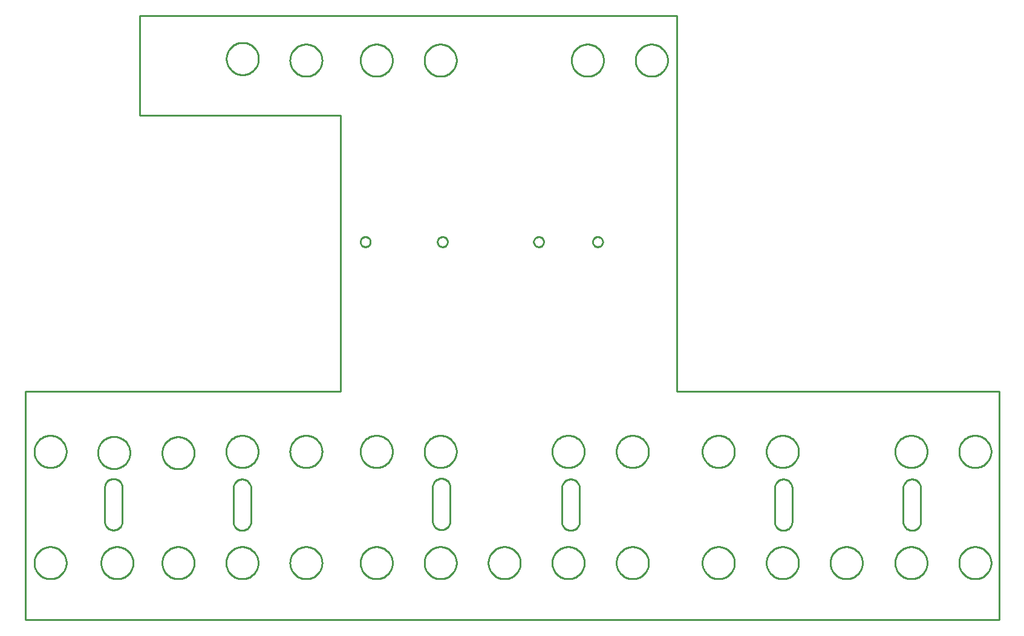
<source format=gbr>
G04 EAGLE Gerber RS-274X export*
G75*
%MOMM*%
%FSLAX34Y34*%
%LPD*%
%IN*%
%IPPOS*%
%AMOC8*
5,1,8,0,0,1.08239X$1,22.5*%
G01*
%ADD10C,0.254000*%


D10*
X0Y0D02*
X1363000Y0D01*
X1363000Y320000D01*
X912000Y320000D01*
X912000Y847000D01*
X160000Y847000D01*
X160000Y707000D01*
X441000Y707000D01*
X441000Y320000D01*
X0Y320000D01*
X0Y0D01*
X111129Y138200D02*
X111176Y137128D01*
X111316Y136064D01*
X111548Y135017D01*
X111871Y133993D01*
X112282Y133002D01*
X112777Y132050D01*
X113354Y131145D01*
X114007Y130294D01*
X114732Y129503D01*
X115523Y128778D01*
X116374Y128124D01*
X117279Y127548D01*
X118231Y127052D01*
X119222Y126642D01*
X120246Y126319D01*
X121293Y126087D01*
X122357Y125947D01*
X123429Y125900D01*
X124501Y125947D01*
X125565Y126087D01*
X126613Y126319D01*
X127636Y126642D01*
X128627Y127052D01*
X129579Y127548D01*
X130484Y128124D01*
X131335Y128778D01*
X132127Y129503D01*
X132852Y130294D01*
X133505Y131145D01*
X134081Y132050D01*
X134577Y133002D01*
X134987Y133993D01*
X135310Y135017D01*
X135542Y136064D01*
X135682Y137128D01*
X135729Y138200D01*
X135729Y185500D01*
X135682Y186572D01*
X135542Y187636D01*
X135310Y188683D01*
X134987Y189707D01*
X134577Y190698D01*
X134081Y191650D01*
X133505Y192555D01*
X132852Y193406D01*
X132127Y194197D01*
X131335Y194922D01*
X130484Y195576D01*
X129579Y196152D01*
X128627Y196648D01*
X127636Y197058D01*
X126613Y197381D01*
X125565Y197613D01*
X124501Y197753D01*
X123429Y197800D01*
X122357Y197753D01*
X121293Y197613D01*
X120246Y197381D01*
X119222Y197058D01*
X118231Y196648D01*
X117279Y196152D01*
X116374Y195576D01*
X115523Y194922D01*
X114732Y194197D01*
X114007Y193406D01*
X113354Y192555D01*
X112777Y191650D01*
X112282Y190698D01*
X111871Y189707D01*
X111548Y188683D01*
X111316Y187636D01*
X111176Y186572D01*
X111129Y185500D01*
X111129Y138200D01*
X291129Y137700D02*
X291176Y136628D01*
X291316Y135564D01*
X291548Y134517D01*
X291871Y133493D01*
X292282Y132502D01*
X292777Y131550D01*
X293354Y130645D01*
X294007Y129794D01*
X294732Y129003D01*
X295523Y128278D01*
X296374Y127624D01*
X297279Y127048D01*
X298231Y126552D01*
X299222Y126142D01*
X300246Y125819D01*
X301293Y125587D01*
X302357Y125447D01*
X303429Y125400D01*
X304501Y125447D01*
X305565Y125587D01*
X306613Y125819D01*
X307636Y126142D01*
X308627Y126552D01*
X309579Y127048D01*
X310484Y127624D01*
X311335Y128278D01*
X312127Y129003D01*
X312852Y129794D01*
X313505Y130645D01*
X314081Y131550D01*
X314577Y132502D01*
X314987Y133493D01*
X315310Y134517D01*
X315542Y135564D01*
X315682Y136628D01*
X315729Y137700D01*
X315729Y185000D01*
X315682Y186072D01*
X315542Y187136D01*
X315310Y188183D01*
X314987Y189207D01*
X314577Y190198D01*
X314081Y191150D01*
X313505Y192055D01*
X312852Y192906D01*
X312127Y193697D01*
X311335Y194422D01*
X310484Y195076D01*
X309579Y195652D01*
X308627Y196148D01*
X307636Y196558D01*
X306613Y196881D01*
X305565Y197113D01*
X304501Y197253D01*
X303429Y197300D01*
X302357Y197253D01*
X301293Y197113D01*
X300246Y196881D01*
X299222Y196558D01*
X298231Y196148D01*
X297279Y195652D01*
X296374Y195076D01*
X295523Y194422D01*
X294732Y193697D01*
X294007Y192906D01*
X293354Y192055D01*
X292777Y191150D01*
X292282Y190198D01*
X291871Y189207D01*
X291548Y188183D01*
X291316Y187136D01*
X291176Y186072D01*
X291129Y185000D01*
X291129Y137700D01*
X570129Y138700D02*
X570176Y137628D01*
X570316Y136564D01*
X570548Y135517D01*
X570871Y134493D01*
X571282Y133502D01*
X571777Y132550D01*
X572354Y131645D01*
X573007Y130794D01*
X573732Y130003D01*
X574523Y129278D01*
X575374Y128624D01*
X576279Y128048D01*
X577231Y127552D01*
X578222Y127142D01*
X579246Y126819D01*
X580293Y126587D01*
X581357Y126447D01*
X582429Y126400D01*
X583501Y126447D01*
X584565Y126587D01*
X585613Y126819D01*
X586636Y127142D01*
X587627Y127552D01*
X588579Y128048D01*
X589484Y128624D01*
X590335Y129278D01*
X591127Y130003D01*
X591852Y130794D01*
X592505Y131645D01*
X593081Y132550D01*
X593577Y133502D01*
X593987Y134493D01*
X594310Y135517D01*
X594542Y136564D01*
X594682Y137628D01*
X594729Y138700D01*
X594729Y186000D01*
X594682Y187072D01*
X594542Y188136D01*
X594310Y189183D01*
X593987Y190207D01*
X593577Y191198D01*
X593081Y192150D01*
X592505Y193055D01*
X591852Y193906D01*
X591127Y194697D01*
X590335Y195422D01*
X589484Y196076D01*
X588579Y196652D01*
X587627Y197148D01*
X586636Y197558D01*
X585613Y197881D01*
X584565Y198113D01*
X583501Y198253D01*
X582429Y198300D01*
X581357Y198253D01*
X580293Y198113D01*
X579246Y197881D01*
X578222Y197558D01*
X577231Y197148D01*
X576279Y196652D01*
X575374Y196076D01*
X574523Y195422D01*
X573732Y194697D01*
X573007Y193906D01*
X572354Y193055D01*
X571777Y192150D01*
X571282Y191198D01*
X570871Y190207D01*
X570548Y189183D01*
X570316Y188136D01*
X570176Y187072D01*
X570129Y186000D01*
X570129Y138700D01*
X1048871Y137700D02*
X1048918Y136628D01*
X1049058Y135564D01*
X1049290Y134517D01*
X1049613Y133493D01*
X1050023Y132502D01*
X1050519Y131550D01*
X1051095Y130645D01*
X1051749Y129794D01*
X1052473Y129003D01*
X1053265Y128278D01*
X1054116Y127624D01*
X1055021Y127048D01*
X1055973Y126552D01*
X1056964Y126142D01*
X1057987Y125819D01*
X1059035Y125587D01*
X1060099Y125447D01*
X1061171Y125400D01*
X1062243Y125447D01*
X1063307Y125587D01*
X1064354Y125819D01*
X1065378Y126142D01*
X1066369Y126552D01*
X1067321Y127048D01*
X1068226Y127624D01*
X1069077Y128278D01*
X1069868Y129003D01*
X1070593Y129794D01*
X1071246Y130645D01*
X1071823Y131550D01*
X1072318Y132502D01*
X1072729Y133493D01*
X1073052Y134517D01*
X1073284Y135564D01*
X1073424Y136628D01*
X1073471Y137700D01*
X1073471Y185000D01*
X1073424Y186072D01*
X1073284Y187136D01*
X1073052Y188183D01*
X1072729Y189207D01*
X1072318Y190198D01*
X1071823Y191150D01*
X1071246Y192055D01*
X1070593Y192906D01*
X1069868Y193697D01*
X1069077Y194422D01*
X1068226Y195076D01*
X1067321Y195652D01*
X1066369Y196148D01*
X1065378Y196558D01*
X1064354Y196881D01*
X1063307Y197113D01*
X1062243Y197253D01*
X1061171Y197300D01*
X1060099Y197253D01*
X1059035Y197113D01*
X1057987Y196881D01*
X1056964Y196558D01*
X1055973Y196148D01*
X1055021Y195652D01*
X1054116Y195076D01*
X1053265Y194422D01*
X1052473Y193697D01*
X1051749Y192906D01*
X1051095Y192055D01*
X1050519Y191150D01*
X1050023Y190198D01*
X1049613Y189207D01*
X1049290Y188183D01*
X1049058Y187136D01*
X1048918Y186072D01*
X1048871Y185000D01*
X1048871Y137700D01*
X751129Y137700D02*
X751176Y136628D01*
X751316Y135564D01*
X751548Y134517D01*
X751871Y133493D01*
X752282Y132502D01*
X752777Y131550D01*
X753354Y130645D01*
X754007Y129794D01*
X754732Y129003D01*
X755523Y128278D01*
X756374Y127624D01*
X757279Y127048D01*
X758231Y126552D01*
X759222Y126142D01*
X760246Y125819D01*
X761293Y125587D01*
X762357Y125447D01*
X763429Y125400D01*
X764501Y125447D01*
X765565Y125587D01*
X766613Y125819D01*
X767636Y126142D01*
X768627Y126552D01*
X769579Y127048D01*
X770484Y127624D01*
X771335Y128278D01*
X772127Y129003D01*
X772852Y129794D01*
X773505Y130645D01*
X774081Y131550D01*
X774577Y132502D01*
X774987Y133493D01*
X775310Y134517D01*
X775542Y135564D01*
X775682Y136628D01*
X775729Y137700D01*
X775729Y185000D01*
X775682Y186072D01*
X775542Y187136D01*
X775310Y188183D01*
X774987Y189207D01*
X774577Y190198D01*
X774081Y191150D01*
X773505Y192055D01*
X772852Y192906D01*
X772127Y193697D01*
X771335Y194422D01*
X770484Y195076D01*
X769579Y195652D01*
X768627Y196148D01*
X767636Y196558D01*
X766613Y196881D01*
X765565Y197113D01*
X764501Y197253D01*
X763429Y197300D01*
X762357Y197253D01*
X761293Y197113D01*
X760246Y196881D01*
X759222Y196558D01*
X758231Y196148D01*
X757279Y195652D01*
X756374Y195076D01*
X755523Y194422D01*
X754732Y193697D01*
X754007Y192906D01*
X753354Y192055D01*
X752777Y191150D01*
X752282Y190198D01*
X751871Y189207D01*
X751548Y188183D01*
X751316Y187136D01*
X751176Y186072D01*
X751129Y185000D01*
X751129Y137700D01*
X1228871Y137700D02*
X1228918Y136628D01*
X1229058Y135564D01*
X1229290Y134517D01*
X1229613Y133493D01*
X1230023Y132502D01*
X1230519Y131550D01*
X1231095Y130645D01*
X1231749Y129794D01*
X1232473Y129003D01*
X1233265Y128278D01*
X1234116Y127624D01*
X1235021Y127048D01*
X1235973Y126552D01*
X1236964Y126142D01*
X1237987Y125819D01*
X1239035Y125587D01*
X1240099Y125447D01*
X1241171Y125400D01*
X1242243Y125447D01*
X1243307Y125587D01*
X1244354Y125819D01*
X1245378Y126142D01*
X1246369Y126552D01*
X1247321Y127048D01*
X1248226Y127624D01*
X1249077Y128278D01*
X1249868Y129003D01*
X1250593Y129794D01*
X1251246Y130645D01*
X1251823Y131550D01*
X1252318Y132502D01*
X1252729Y133493D01*
X1253052Y134517D01*
X1253284Y135564D01*
X1253424Y136628D01*
X1253471Y137700D01*
X1253471Y185000D01*
X1253424Y186072D01*
X1253284Y187136D01*
X1253052Y188183D01*
X1252729Y189207D01*
X1252318Y190198D01*
X1251823Y191150D01*
X1251246Y192055D01*
X1250593Y192906D01*
X1249868Y193697D01*
X1249077Y194422D01*
X1248226Y195076D01*
X1247321Y195652D01*
X1246369Y196148D01*
X1245378Y196558D01*
X1244354Y196881D01*
X1243307Y197113D01*
X1242243Y197253D01*
X1241171Y197300D01*
X1240099Y197253D01*
X1239035Y197113D01*
X1237987Y196881D01*
X1236964Y196558D01*
X1235973Y196148D01*
X1235021Y195652D01*
X1234116Y195076D01*
X1233265Y194422D01*
X1232473Y193697D01*
X1231749Y192906D01*
X1231095Y192055D01*
X1230519Y191150D01*
X1230023Y190198D01*
X1229613Y189207D01*
X1229290Y188183D01*
X1229058Y187136D01*
X1228918Y186072D01*
X1228871Y185000D01*
X1228871Y137700D01*
X57500Y235369D02*
X57429Y234108D01*
X57288Y232853D01*
X57076Y231609D01*
X56795Y230378D01*
X56446Y229165D01*
X56029Y227973D01*
X55546Y226806D01*
X54998Y225669D01*
X54387Y224564D01*
X53715Y223495D01*
X52985Y222465D01*
X52198Y221478D01*
X51356Y220537D01*
X50464Y219644D01*
X49522Y218802D01*
X48535Y218015D01*
X47505Y217285D01*
X46436Y216613D01*
X45331Y216002D01*
X44194Y215454D01*
X43027Y214971D01*
X41835Y214554D01*
X40622Y214205D01*
X39391Y213924D01*
X38147Y213712D01*
X36892Y213571D01*
X35631Y213500D01*
X34369Y213500D01*
X33108Y213571D01*
X31853Y213712D01*
X30609Y213924D01*
X29378Y214205D01*
X28165Y214554D01*
X26973Y214971D01*
X25806Y215454D01*
X24669Y216002D01*
X23564Y216613D01*
X22495Y217285D01*
X21465Y218015D01*
X20478Y218802D01*
X19537Y219644D01*
X18644Y220537D01*
X17802Y221478D01*
X17015Y222465D01*
X16285Y223495D01*
X15613Y224564D01*
X15002Y225669D01*
X14454Y226806D01*
X13971Y227973D01*
X13554Y229165D01*
X13205Y230378D01*
X12924Y231609D01*
X12712Y232853D01*
X12571Y234108D01*
X12500Y235369D01*
X12500Y236631D01*
X12571Y237892D01*
X12712Y239147D01*
X12924Y240391D01*
X13205Y241622D01*
X13554Y242835D01*
X13971Y244027D01*
X14454Y245194D01*
X15002Y246331D01*
X15613Y247436D01*
X16285Y248505D01*
X17015Y249535D01*
X17802Y250522D01*
X18644Y251464D01*
X19537Y252356D01*
X20478Y253198D01*
X21465Y253985D01*
X22495Y254715D01*
X23564Y255387D01*
X24669Y255998D01*
X25806Y256546D01*
X26973Y257029D01*
X28165Y257446D01*
X29378Y257795D01*
X30609Y258076D01*
X31853Y258288D01*
X33108Y258429D01*
X34369Y258500D01*
X35631Y258500D01*
X36892Y258429D01*
X38147Y258288D01*
X39391Y258076D01*
X40622Y257795D01*
X41835Y257446D01*
X43027Y257029D01*
X44194Y256546D01*
X45331Y255998D01*
X46436Y255387D01*
X47505Y254715D01*
X48535Y253985D01*
X49522Y253198D01*
X50464Y252356D01*
X51356Y251464D01*
X52198Y250522D01*
X52985Y249535D01*
X53715Y248505D01*
X54387Y247436D01*
X54998Y246331D01*
X55546Y245194D01*
X56029Y244027D01*
X56446Y242835D01*
X56795Y241622D01*
X57076Y240391D01*
X57288Y239147D01*
X57429Y237892D01*
X57500Y236631D01*
X57500Y235369D01*
X146500Y233869D02*
X146429Y232608D01*
X146288Y231353D01*
X146076Y230109D01*
X145795Y228878D01*
X145446Y227665D01*
X145029Y226473D01*
X144546Y225306D01*
X143998Y224169D01*
X143387Y223064D01*
X142715Y221995D01*
X141985Y220965D01*
X141198Y219978D01*
X140356Y219037D01*
X139464Y218144D01*
X138522Y217302D01*
X137535Y216515D01*
X136505Y215785D01*
X135436Y215113D01*
X134331Y214502D01*
X133194Y213954D01*
X132027Y213471D01*
X130835Y213054D01*
X129622Y212705D01*
X128391Y212424D01*
X127147Y212212D01*
X125892Y212071D01*
X124631Y212000D01*
X123369Y212000D01*
X122108Y212071D01*
X120853Y212212D01*
X119609Y212424D01*
X118378Y212705D01*
X117165Y213054D01*
X115973Y213471D01*
X114806Y213954D01*
X113669Y214502D01*
X112564Y215113D01*
X111495Y215785D01*
X110465Y216515D01*
X109478Y217302D01*
X108537Y218144D01*
X107644Y219037D01*
X106802Y219978D01*
X106015Y220965D01*
X105285Y221995D01*
X104613Y223064D01*
X104002Y224169D01*
X103454Y225306D01*
X102971Y226473D01*
X102554Y227665D01*
X102205Y228878D01*
X101924Y230109D01*
X101712Y231353D01*
X101571Y232608D01*
X101500Y233869D01*
X101500Y235131D01*
X101571Y236392D01*
X101712Y237647D01*
X101924Y238891D01*
X102205Y240122D01*
X102554Y241335D01*
X102971Y242527D01*
X103454Y243694D01*
X104002Y244831D01*
X104613Y245936D01*
X105285Y247005D01*
X106015Y248035D01*
X106802Y249022D01*
X107644Y249964D01*
X108537Y250856D01*
X109478Y251698D01*
X110465Y252485D01*
X111495Y253215D01*
X112564Y253887D01*
X113669Y254498D01*
X114806Y255046D01*
X115973Y255529D01*
X117165Y255946D01*
X118378Y256295D01*
X119609Y256576D01*
X120853Y256788D01*
X122108Y256929D01*
X123369Y257000D01*
X124631Y257000D01*
X125892Y256929D01*
X127147Y256788D01*
X128391Y256576D01*
X129622Y256295D01*
X130835Y255946D01*
X132027Y255529D01*
X133194Y255046D01*
X134331Y254498D01*
X135436Y253887D01*
X136505Y253215D01*
X137535Y252485D01*
X138522Y251698D01*
X139464Y250856D01*
X140356Y249964D01*
X141198Y249022D01*
X141985Y248035D01*
X142715Y247005D01*
X143387Y245936D01*
X143998Y244831D01*
X144546Y243694D01*
X145029Y242527D01*
X145446Y241335D01*
X145795Y240122D01*
X146076Y238891D01*
X146288Y237647D01*
X146429Y236392D01*
X146500Y235131D01*
X146500Y233869D01*
X236500Y233469D02*
X236429Y232208D01*
X236288Y230953D01*
X236076Y229709D01*
X235795Y228478D01*
X235446Y227265D01*
X235029Y226073D01*
X234546Y224906D01*
X233998Y223769D01*
X233387Y222664D01*
X232715Y221595D01*
X231985Y220565D01*
X231198Y219578D01*
X230356Y218637D01*
X229464Y217744D01*
X228522Y216902D01*
X227535Y216115D01*
X226505Y215385D01*
X225436Y214713D01*
X224331Y214102D01*
X223194Y213554D01*
X222027Y213071D01*
X220835Y212654D01*
X219622Y212305D01*
X218391Y212024D01*
X217147Y211812D01*
X215892Y211671D01*
X214631Y211600D01*
X213369Y211600D01*
X212108Y211671D01*
X210853Y211812D01*
X209609Y212024D01*
X208378Y212305D01*
X207165Y212654D01*
X205973Y213071D01*
X204806Y213554D01*
X203669Y214102D01*
X202564Y214713D01*
X201495Y215385D01*
X200465Y216115D01*
X199478Y216902D01*
X198537Y217744D01*
X197644Y218637D01*
X196802Y219578D01*
X196015Y220565D01*
X195285Y221595D01*
X194613Y222664D01*
X194002Y223769D01*
X193454Y224906D01*
X192971Y226073D01*
X192554Y227265D01*
X192205Y228478D01*
X191924Y229709D01*
X191712Y230953D01*
X191571Y232208D01*
X191500Y233469D01*
X191500Y234731D01*
X191571Y235992D01*
X191712Y237247D01*
X191924Y238491D01*
X192205Y239722D01*
X192554Y240935D01*
X192971Y242127D01*
X193454Y243294D01*
X194002Y244431D01*
X194613Y245536D01*
X195285Y246605D01*
X196015Y247635D01*
X196802Y248622D01*
X197644Y249564D01*
X198537Y250456D01*
X199478Y251298D01*
X200465Y252085D01*
X201495Y252815D01*
X202564Y253487D01*
X203669Y254098D01*
X204806Y254646D01*
X205973Y255129D01*
X207165Y255546D01*
X208378Y255895D01*
X209609Y256176D01*
X210853Y256388D01*
X212108Y256529D01*
X213369Y256600D01*
X214631Y256600D01*
X215892Y256529D01*
X217147Y256388D01*
X218391Y256176D01*
X219622Y255895D01*
X220835Y255546D01*
X222027Y255129D01*
X223194Y254646D01*
X224331Y254098D01*
X225436Y253487D01*
X226505Y252815D01*
X227535Y252085D01*
X228522Y251298D01*
X229464Y250456D01*
X230356Y249564D01*
X231198Y248622D01*
X231985Y247635D01*
X232715Y246605D01*
X233387Y245536D01*
X233998Y244431D01*
X234546Y243294D01*
X235029Y242127D01*
X235446Y240935D01*
X235795Y239722D01*
X236076Y238491D01*
X236288Y237247D01*
X236429Y235992D01*
X236500Y234731D01*
X236500Y233469D01*
X326040Y235369D02*
X325969Y234108D01*
X325828Y232853D01*
X325616Y231609D01*
X325335Y230378D01*
X324986Y229165D01*
X324569Y227973D01*
X324086Y226806D01*
X323538Y225669D01*
X322927Y224564D01*
X322255Y223495D01*
X321525Y222465D01*
X320738Y221478D01*
X319896Y220537D01*
X319004Y219644D01*
X318062Y218802D01*
X317075Y218015D01*
X316045Y217285D01*
X314976Y216613D01*
X313871Y216002D01*
X312734Y215454D01*
X311567Y214971D01*
X310375Y214554D01*
X309162Y214205D01*
X307931Y213924D01*
X306687Y213712D01*
X305432Y213571D01*
X304171Y213500D01*
X302909Y213500D01*
X301648Y213571D01*
X300393Y213712D01*
X299149Y213924D01*
X297918Y214205D01*
X296705Y214554D01*
X295513Y214971D01*
X294346Y215454D01*
X293209Y216002D01*
X292104Y216613D01*
X291035Y217285D01*
X290005Y218015D01*
X289018Y218802D01*
X288077Y219644D01*
X287184Y220537D01*
X286342Y221478D01*
X285555Y222465D01*
X284825Y223495D01*
X284153Y224564D01*
X283542Y225669D01*
X282994Y226806D01*
X282511Y227973D01*
X282094Y229165D01*
X281745Y230378D01*
X281464Y231609D01*
X281252Y232853D01*
X281111Y234108D01*
X281040Y235369D01*
X281040Y236631D01*
X281111Y237892D01*
X281252Y239147D01*
X281464Y240391D01*
X281745Y241622D01*
X282094Y242835D01*
X282511Y244027D01*
X282994Y245194D01*
X283542Y246331D01*
X284153Y247436D01*
X284825Y248505D01*
X285555Y249535D01*
X286342Y250522D01*
X287184Y251464D01*
X288077Y252356D01*
X289018Y253198D01*
X290005Y253985D01*
X291035Y254715D01*
X292104Y255387D01*
X293209Y255998D01*
X294346Y256546D01*
X295513Y257029D01*
X296705Y257446D01*
X297918Y257795D01*
X299149Y258076D01*
X300393Y258288D01*
X301648Y258429D01*
X302909Y258500D01*
X304171Y258500D01*
X305432Y258429D01*
X306687Y258288D01*
X307931Y258076D01*
X309162Y257795D01*
X310375Y257446D01*
X311567Y257029D01*
X312734Y256546D01*
X313871Y255998D01*
X314976Y255387D01*
X316045Y254715D01*
X317075Y253985D01*
X318062Y253198D01*
X319004Y252356D01*
X319896Y251464D01*
X320738Y250522D01*
X321525Y249535D01*
X322255Y248505D01*
X322927Y247436D01*
X323538Y246331D01*
X324086Y245194D01*
X324569Y244027D01*
X324986Y242835D01*
X325335Y241622D01*
X325616Y240391D01*
X325828Y239147D01*
X325969Y237892D01*
X326040Y236631D01*
X326040Y235369D01*
X415500Y235369D02*
X415429Y234108D01*
X415288Y232853D01*
X415076Y231609D01*
X414795Y230378D01*
X414446Y229165D01*
X414029Y227973D01*
X413546Y226806D01*
X412998Y225669D01*
X412387Y224564D01*
X411715Y223495D01*
X410985Y222465D01*
X410198Y221478D01*
X409356Y220537D01*
X408464Y219644D01*
X407522Y218802D01*
X406535Y218015D01*
X405505Y217285D01*
X404436Y216613D01*
X403331Y216002D01*
X402194Y215454D01*
X401027Y214971D01*
X399835Y214554D01*
X398622Y214205D01*
X397391Y213924D01*
X396147Y213712D01*
X394892Y213571D01*
X393631Y213500D01*
X392369Y213500D01*
X391108Y213571D01*
X389853Y213712D01*
X388609Y213924D01*
X387378Y214205D01*
X386165Y214554D01*
X384973Y214971D01*
X383806Y215454D01*
X382669Y216002D01*
X381564Y216613D01*
X380495Y217285D01*
X379465Y218015D01*
X378478Y218802D01*
X377537Y219644D01*
X376644Y220537D01*
X375802Y221478D01*
X375015Y222465D01*
X374285Y223495D01*
X373613Y224564D01*
X373002Y225669D01*
X372454Y226806D01*
X371971Y227973D01*
X371554Y229165D01*
X371205Y230378D01*
X370924Y231609D01*
X370712Y232853D01*
X370571Y234108D01*
X370500Y235369D01*
X370500Y236631D01*
X370571Y237892D01*
X370712Y239147D01*
X370924Y240391D01*
X371205Y241622D01*
X371554Y242835D01*
X371971Y244027D01*
X372454Y245194D01*
X373002Y246331D01*
X373613Y247436D01*
X374285Y248505D01*
X375015Y249535D01*
X375802Y250522D01*
X376644Y251464D01*
X377537Y252356D01*
X378478Y253198D01*
X379465Y253985D01*
X380495Y254715D01*
X381564Y255387D01*
X382669Y255998D01*
X383806Y256546D01*
X384973Y257029D01*
X386165Y257446D01*
X387378Y257795D01*
X388609Y258076D01*
X389853Y258288D01*
X391108Y258429D01*
X392369Y258500D01*
X393631Y258500D01*
X394892Y258429D01*
X396147Y258288D01*
X397391Y258076D01*
X398622Y257795D01*
X399835Y257446D01*
X401027Y257029D01*
X402194Y256546D01*
X403331Y255998D01*
X404436Y255387D01*
X405505Y254715D01*
X406535Y253985D01*
X407522Y253198D01*
X408464Y252356D01*
X409356Y251464D01*
X410198Y250522D01*
X410985Y249535D01*
X411715Y248505D01*
X412387Y247436D01*
X412998Y246331D01*
X413546Y245194D01*
X414029Y244027D01*
X414446Y242835D01*
X414795Y241622D01*
X415076Y240391D01*
X415288Y239147D01*
X415429Y237892D01*
X415500Y236631D01*
X415500Y235369D01*
X514000Y235369D02*
X513929Y234108D01*
X513788Y232853D01*
X513576Y231609D01*
X513295Y230378D01*
X512946Y229165D01*
X512529Y227973D01*
X512046Y226806D01*
X511498Y225669D01*
X510887Y224564D01*
X510215Y223495D01*
X509485Y222465D01*
X508698Y221478D01*
X507856Y220537D01*
X506964Y219644D01*
X506022Y218802D01*
X505035Y218015D01*
X504005Y217285D01*
X502936Y216613D01*
X501831Y216002D01*
X500694Y215454D01*
X499527Y214971D01*
X498335Y214554D01*
X497122Y214205D01*
X495891Y213924D01*
X494647Y213712D01*
X493392Y213571D01*
X492131Y213500D01*
X490869Y213500D01*
X489608Y213571D01*
X488353Y213712D01*
X487109Y213924D01*
X485878Y214205D01*
X484665Y214554D01*
X483473Y214971D01*
X482306Y215454D01*
X481169Y216002D01*
X480064Y216613D01*
X478995Y217285D01*
X477965Y218015D01*
X476978Y218802D01*
X476037Y219644D01*
X475144Y220537D01*
X474302Y221478D01*
X473515Y222465D01*
X472785Y223495D01*
X472113Y224564D01*
X471502Y225669D01*
X470954Y226806D01*
X470471Y227973D01*
X470054Y229165D01*
X469705Y230378D01*
X469424Y231609D01*
X469212Y232853D01*
X469071Y234108D01*
X469000Y235369D01*
X469000Y236631D01*
X469071Y237892D01*
X469212Y239147D01*
X469424Y240391D01*
X469705Y241622D01*
X470054Y242835D01*
X470471Y244027D01*
X470954Y245194D01*
X471502Y246331D01*
X472113Y247436D01*
X472785Y248505D01*
X473515Y249535D01*
X474302Y250522D01*
X475144Y251464D01*
X476037Y252356D01*
X476978Y253198D01*
X477965Y253985D01*
X478995Y254715D01*
X480064Y255387D01*
X481169Y255998D01*
X482306Y256546D01*
X483473Y257029D01*
X484665Y257446D01*
X485878Y257795D01*
X487109Y258076D01*
X488353Y258288D01*
X489608Y258429D01*
X490869Y258500D01*
X492131Y258500D01*
X493392Y258429D01*
X494647Y258288D01*
X495891Y258076D01*
X497122Y257795D01*
X498335Y257446D01*
X499527Y257029D01*
X500694Y256546D01*
X501831Y255998D01*
X502936Y255387D01*
X504005Y254715D01*
X505035Y253985D01*
X506022Y253198D01*
X506964Y252356D01*
X507856Y251464D01*
X508698Y250522D01*
X509485Y249535D01*
X510215Y248505D01*
X510887Y247436D01*
X511498Y246331D01*
X512046Y245194D01*
X512529Y244027D01*
X512946Y242835D01*
X513295Y241622D01*
X513576Y240391D01*
X513788Y239147D01*
X513929Y237892D01*
X514000Y236631D01*
X514000Y235369D01*
X603540Y235369D02*
X603469Y234108D01*
X603328Y232853D01*
X603116Y231609D01*
X602835Y230378D01*
X602486Y229165D01*
X602069Y227973D01*
X601586Y226806D01*
X601038Y225669D01*
X600427Y224564D01*
X599755Y223495D01*
X599025Y222465D01*
X598238Y221478D01*
X597396Y220537D01*
X596504Y219644D01*
X595562Y218802D01*
X594575Y218015D01*
X593545Y217285D01*
X592476Y216613D01*
X591371Y216002D01*
X590234Y215454D01*
X589067Y214971D01*
X587875Y214554D01*
X586662Y214205D01*
X585431Y213924D01*
X584187Y213712D01*
X582932Y213571D01*
X581671Y213500D01*
X580409Y213500D01*
X579148Y213571D01*
X577893Y213712D01*
X576649Y213924D01*
X575418Y214205D01*
X574205Y214554D01*
X573013Y214971D01*
X571846Y215454D01*
X570709Y216002D01*
X569604Y216613D01*
X568535Y217285D01*
X567505Y218015D01*
X566518Y218802D01*
X565577Y219644D01*
X564684Y220537D01*
X563842Y221478D01*
X563055Y222465D01*
X562325Y223495D01*
X561653Y224564D01*
X561042Y225669D01*
X560494Y226806D01*
X560011Y227973D01*
X559594Y229165D01*
X559245Y230378D01*
X558964Y231609D01*
X558752Y232853D01*
X558611Y234108D01*
X558540Y235369D01*
X558540Y236631D01*
X558611Y237892D01*
X558752Y239147D01*
X558964Y240391D01*
X559245Y241622D01*
X559594Y242835D01*
X560011Y244027D01*
X560494Y245194D01*
X561042Y246331D01*
X561653Y247436D01*
X562325Y248505D01*
X563055Y249535D01*
X563842Y250522D01*
X564684Y251464D01*
X565577Y252356D01*
X566518Y253198D01*
X567505Y253985D01*
X568535Y254715D01*
X569604Y255387D01*
X570709Y255998D01*
X571846Y256546D01*
X573013Y257029D01*
X574205Y257446D01*
X575418Y257795D01*
X576649Y258076D01*
X577893Y258288D01*
X579148Y258429D01*
X580409Y258500D01*
X581671Y258500D01*
X582932Y258429D01*
X584187Y258288D01*
X585431Y258076D01*
X586662Y257795D01*
X587875Y257446D01*
X589067Y257029D01*
X590234Y256546D01*
X591371Y255998D01*
X592476Y255387D01*
X593545Y254715D01*
X594575Y253985D01*
X595562Y253198D01*
X596504Y252356D01*
X597396Y251464D01*
X598238Y250522D01*
X599025Y249535D01*
X599755Y248505D01*
X600427Y247436D01*
X601038Y246331D01*
X601586Y245194D01*
X602069Y244027D01*
X602486Y242835D01*
X602835Y241622D01*
X603116Y240391D01*
X603328Y239147D01*
X603469Y237892D01*
X603540Y236631D01*
X603540Y235369D01*
X782537Y235369D02*
X782466Y234108D01*
X782325Y232853D01*
X782113Y231609D01*
X781832Y230378D01*
X781483Y229165D01*
X781066Y227973D01*
X780583Y226806D01*
X780035Y225669D01*
X779424Y224564D01*
X778752Y223495D01*
X778022Y222465D01*
X777235Y221478D01*
X776393Y220537D01*
X775501Y219644D01*
X774559Y218802D01*
X773572Y218015D01*
X772542Y217285D01*
X771473Y216613D01*
X770368Y216002D01*
X769231Y215454D01*
X768064Y214971D01*
X766872Y214554D01*
X765659Y214205D01*
X764428Y213924D01*
X763184Y213712D01*
X761929Y213571D01*
X760668Y213500D01*
X759406Y213500D01*
X758145Y213571D01*
X756890Y213712D01*
X755646Y213924D01*
X754415Y214205D01*
X753202Y214554D01*
X752010Y214971D01*
X750843Y215454D01*
X749706Y216002D01*
X748601Y216613D01*
X747532Y217285D01*
X746502Y218015D01*
X745515Y218802D01*
X744574Y219644D01*
X743681Y220537D01*
X742839Y221478D01*
X742052Y222465D01*
X741322Y223495D01*
X740650Y224564D01*
X740039Y225669D01*
X739491Y226806D01*
X739008Y227973D01*
X738591Y229165D01*
X738242Y230378D01*
X737961Y231609D01*
X737749Y232853D01*
X737608Y234108D01*
X737537Y235369D01*
X737537Y236631D01*
X737608Y237892D01*
X737749Y239147D01*
X737961Y240391D01*
X738242Y241622D01*
X738591Y242835D01*
X739008Y244027D01*
X739491Y245194D01*
X740039Y246331D01*
X740650Y247436D01*
X741322Y248505D01*
X742052Y249535D01*
X742839Y250522D01*
X743681Y251464D01*
X744574Y252356D01*
X745515Y253198D01*
X746502Y253985D01*
X747532Y254715D01*
X748601Y255387D01*
X749706Y255998D01*
X750843Y256546D01*
X752010Y257029D01*
X753202Y257446D01*
X754415Y257795D01*
X755646Y258076D01*
X756890Y258288D01*
X758145Y258429D01*
X759406Y258500D01*
X760668Y258500D01*
X761929Y258429D01*
X763184Y258288D01*
X764428Y258076D01*
X765659Y257795D01*
X766872Y257446D01*
X768064Y257029D01*
X769231Y256546D01*
X770368Y255998D01*
X771473Y255387D01*
X772542Y254715D01*
X773572Y253985D01*
X774559Y253198D01*
X775501Y252356D01*
X776393Y251464D01*
X777235Y250522D01*
X778022Y249535D01*
X778752Y248505D01*
X779424Y247436D01*
X780035Y246331D01*
X780583Y245194D01*
X781066Y244027D01*
X781483Y242835D01*
X781832Y241622D01*
X782113Y240391D01*
X782325Y239147D01*
X782466Y237892D01*
X782537Y236631D01*
X782537Y235369D01*
X872500Y235369D02*
X872429Y234108D01*
X872288Y232853D01*
X872076Y231609D01*
X871795Y230378D01*
X871446Y229165D01*
X871029Y227973D01*
X870546Y226806D01*
X869998Y225669D01*
X869387Y224564D01*
X868715Y223495D01*
X867985Y222465D01*
X867198Y221478D01*
X866356Y220537D01*
X865464Y219644D01*
X864522Y218802D01*
X863535Y218015D01*
X862505Y217285D01*
X861436Y216613D01*
X860331Y216002D01*
X859194Y215454D01*
X858027Y214971D01*
X856835Y214554D01*
X855622Y214205D01*
X854391Y213924D01*
X853147Y213712D01*
X851892Y213571D01*
X850631Y213500D01*
X849369Y213500D01*
X848108Y213571D01*
X846853Y213712D01*
X845609Y213924D01*
X844378Y214205D01*
X843165Y214554D01*
X841973Y214971D01*
X840806Y215454D01*
X839669Y216002D01*
X838564Y216613D01*
X837495Y217285D01*
X836465Y218015D01*
X835478Y218802D01*
X834537Y219644D01*
X833644Y220537D01*
X832802Y221478D01*
X832015Y222465D01*
X831285Y223495D01*
X830613Y224564D01*
X830002Y225669D01*
X829454Y226806D01*
X828971Y227973D01*
X828554Y229165D01*
X828205Y230378D01*
X827924Y231609D01*
X827712Y232853D01*
X827571Y234108D01*
X827500Y235369D01*
X827500Y236631D01*
X827571Y237892D01*
X827712Y239147D01*
X827924Y240391D01*
X828205Y241622D01*
X828554Y242835D01*
X828971Y244027D01*
X829454Y245194D01*
X830002Y246331D01*
X830613Y247436D01*
X831285Y248505D01*
X832015Y249535D01*
X832802Y250522D01*
X833644Y251464D01*
X834537Y252356D01*
X835478Y253198D01*
X836465Y253985D01*
X837495Y254715D01*
X838564Y255387D01*
X839669Y255998D01*
X840806Y256546D01*
X841973Y257029D01*
X843165Y257446D01*
X844378Y257795D01*
X845609Y258076D01*
X846853Y258288D01*
X848108Y258429D01*
X849369Y258500D01*
X850631Y258500D01*
X851892Y258429D01*
X853147Y258288D01*
X854391Y258076D01*
X855622Y257795D01*
X856835Y257446D01*
X858027Y257029D01*
X859194Y256546D01*
X860331Y255998D01*
X861436Y255387D01*
X862505Y254715D01*
X863535Y253985D01*
X864522Y253198D01*
X865464Y252356D01*
X866356Y251464D01*
X867198Y250522D01*
X867985Y249535D01*
X868715Y248505D01*
X869387Y247436D01*
X869998Y246331D01*
X870546Y245194D01*
X871029Y244027D01*
X871446Y242835D01*
X871795Y241622D01*
X872076Y240391D01*
X872288Y239147D01*
X872429Y237892D01*
X872500Y236631D01*
X872500Y235369D01*
X992770Y235369D02*
X992699Y234108D01*
X992558Y232853D01*
X992346Y231609D01*
X992065Y230378D01*
X991716Y229165D01*
X991299Y227973D01*
X990816Y226806D01*
X990268Y225669D01*
X989657Y224564D01*
X988985Y223495D01*
X988255Y222465D01*
X987468Y221478D01*
X986626Y220537D01*
X985734Y219644D01*
X984792Y218802D01*
X983805Y218015D01*
X982775Y217285D01*
X981706Y216613D01*
X980601Y216002D01*
X979464Y215454D01*
X978297Y214971D01*
X977105Y214554D01*
X975892Y214205D01*
X974661Y213924D01*
X973417Y213712D01*
X972162Y213571D01*
X970901Y213500D01*
X969639Y213500D01*
X968378Y213571D01*
X967123Y213712D01*
X965879Y213924D01*
X964648Y214205D01*
X963435Y214554D01*
X962243Y214971D01*
X961076Y215454D01*
X959939Y216002D01*
X958834Y216613D01*
X957765Y217285D01*
X956735Y218015D01*
X955748Y218802D01*
X954807Y219644D01*
X953914Y220537D01*
X953072Y221478D01*
X952285Y222465D01*
X951555Y223495D01*
X950883Y224564D01*
X950272Y225669D01*
X949724Y226806D01*
X949241Y227973D01*
X948824Y229165D01*
X948475Y230378D01*
X948194Y231609D01*
X947982Y232853D01*
X947841Y234108D01*
X947770Y235369D01*
X947770Y236631D01*
X947841Y237892D01*
X947982Y239147D01*
X948194Y240391D01*
X948475Y241622D01*
X948824Y242835D01*
X949241Y244027D01*
X949724Y245194D01*
X950272Y246331D01*
X950883Y247436D01*
X951555Y248505D01*
X952285Y249535D01*
X953072Y250522D01*
X953914Y251464D01*
X954807Y252356D01*
X955748Y253198D01*
X956735Y253985D01*
X957765Y254715D01*
X958834Y255387D01*
X959939Y255998D01*
X961076Y256546D01*
X962243Y257029D01*
X963435Y257446D01*
X964648Y257795D01*
X965879Y258076D01*
X967123Y258288D01*
X968378Y258429D01*
X969639Y258500D01*
X970901Y258500D01*
X972162Y258429D01*
X973417Y258288D01*
X974661Y258076D01*
X975892Y257795D01*
X977105Y257446D01*
X978297Y257029D01*
X979464Y256546D01*
X980601Y255998D01*
X981706Y255387D01*
X982775Y254715D01*
X983805Y253985D01*
X984792Y253198D01*
X985734Y252356D01*
X986626Y251464D01*
X987468Y250522D01*
X988255Y249535D01*
X988985Y248505D01*
X989657Y247436D01*
X990268Y246331D01*
X990816Y245194D01*
X991299Y244027D01*
X991716Y242835D01*
X992065Y241622D01*
X992346Y240391D01*
X992558Y239147D01*
X992699Y237892D01*
X992770Y236631D01*
X992770Y235369D01*
X1082500Y235369D02*
X1082429Y234108D01*
X1082288Y232853D01*
X1082076Y231609D01*
X1081795Y230378D01*
X1081446Y229165D01*
X1081029Y227973D01*
X1080546Y226806D01*
X1079998Y225669D01*
X1079387Y224564D01*
X1078715Y223495D01*
X1077985Y222465D01*
X1077198Y221478D01*
X1076356Y220537D01*
X1075464Y219644D01*
X1074522Y218802D01*
X1073535Y218015D01*
X1072505Y217285D01*
X1071436Y216613D01*
X1070331Y216002D01*
X1069194Y215454D01*
X1068027Y214971D01*
X1066835Y214554D01*
X1065622Y214205D01*
X1064391Y213924D01*
X1063147Y213712D01*
X1061892Y213571D01*
X1060631Y213500D01*
X1059369Y213500D01*
X1058108Y213571D01*
X1056853Y213712D01*
X1055609Y213924D01*
X1054378Y214205D01*
X1053165Y214554D01*
X1051973Y214971D01*
X1050806Y215454D01*
X1049669Y216002D01*
X1048564Y216613D01*
X1047495Y217285D01*
X1046465Y218015D01*
X1045478Y218802D01*
X1044537Y219644D01*
X1043644Y220537D01*
X1042802Y221478D01*
X1042015Y222465D01*
X1041285Y223495D01*
X1040613Y224564D01*
X1040002Y225669D01*
X1039454Y226806D01*
X1038971Y227973D01*
X1038554Y229165D01*
X1038205Y230378D01*
X1037924Y231609D01*
X1037712Y232853D01*
X1037571Y234108D01*
X1037500Y235369D01*
X1037500Y236631D01*
X1037571Y237892D01*
X1037712Y239147D01*
X1037924Y240391D01*
X1038205Y241622D01*
X1038554Y242835D01*
X1038971Y244027D01*
X1039454Y245194D01*
X1040002Y246331D01*
X1040613Y247436D01*
X1041285Y248505D01*
X1042015Y249535D01*
X1042802Y250522D01*
X1043644Y251464D01*
X1044537Y252356D01*
X1045478Y253198D01*
X1046465Y253985D01*
X1047495Y254715D01*
X1048564Y255387D01*
X1049669Y255998D01*
X1050806Y256546D01*
X1051973Y257029D01*
X1053165Y257446D01*
X1054378Y257795D01*
X1055609Y258076D01*
X1056853Y258288D01*
X1058108Y258429D01*
X1059369Y258500D01*
X1060631Y258500D01*
X1061892Y258429D01*
X1063147Y258288D01*
X1064391Y258076D01*
X1065622Y257795D01*
X1066835Y257446D01*
X1068027Y257029D01*
X1069194Y256546D01*
X1070331Y255998D01*
X1071436Y255387D01*
X1072505Y254715D01*
X1073535Y253985D01*
X1074522Y253198D01*
X1075464Y252356D01*
X1076356Y251464D01*
X1077198Y250522D01*
X1077985Y249535D01*
X1078715Y248505D01*
X1079387Y247436D01*
X1079998Y246331D01*
X1080546Y245194D01*
X1081029Y244027D01*
X1081446Y242835D01*
X1081795Y241622D01*
X1082076Y240391D01*
X1082288Y239147D01*
X1082429Y237892D01*
X1082500Y236631D01*
X1082500Y235369D01*
X1262500Y235369D02*
X1262429Y234108D01*
X1262288Y232853D01*
X1262076Y231609D01*
X1261795Y230378D01*
X1261446Y229165D01*
X1261029Y227973D01*
X1260546Y226806D01*
X1259998Y225669D01*
X1259387Y224564D01*
X1258715Y223495D01*
X1257985Y222465D01*
X1257198Y221478D01*
X1256356Y220537D01*
X1255464Y219644D01*
X1254522Y218802D01*
X1253535Y218015D01*
X1252505Y217285D01*
X1251436Y216613D01*
X1250331Y216002D01*
X1249194Y215454D01*
X1248027Y214971D01*
X1246835Y214554D01*
X1245622Y214205D01*
X1244391Y213924D01*
X1243147Y213712D01*
X1241892Y213571D01*
X1240631Y213500D01*
X1239369Y213500D01*
X1238108Y213571D01*
X1236853Y213712D01*
X1235609Y213924D01*
X1234378Y214205D01*
X1233165Y214554D01*
X1231973Y214971D01*
X1230806Y215454D01*
X1229669Y216002D01*
X1228564Y216613D01*
X1227495Y217285D01*
X1226465Y218015D01*
X1225478Y218802D01*
X1224537Y219644D01*
X1223644Y220537D01*
X1222802Y221478D01*
X1222015Y222465D01*
X1221285Y223495D01*
X1220613Y224564D01*
X1220002Y225669D01*
X1219454Y226806D01*
X1218971Y227973D01*
X1218554Y229165D01*
X1218205Y230378D01*
X1217924Y231609D01*
X1217712Y232853D01*
X1217571Y234108D01*
X1217500Y235369D01*
X1217500Y236631D01*
X1217571Y237892D01*
X1217712Y239147D01*
X1217924Y240391D01*
X1218205Y241622D01*
X1218554Y242835D01*
X1218971Y244027D01*
X1219454Y245194D01*
X1220002Y246331D01*
X1220613Y247436D01*
X1221285Y248505D01*
X1222015Y249535D01*
X1222802Y250522D01*
X1223644Y251464D01*
X1224537Y252356D01*
X1225478Y253198D01*
X1226465Y253985D01*
X1227495Y254715D01*
X1228564Y255387D01*
X1229669Y255998D01*
X1230806Y256546D01*
X1231973Y257029D01*
X1233165Y257446D01*
X1234378Y257795D01*
X1235609Y258076D01*
X1236853Y258288D01*
X1238108Y258429D01*
X1239369Y258500D01*
X1240631Y258500D01*
X1241892Y258429D01*
X1243147Y258288D01*
X1244391Y258076D01*
X1245622Y257795D01*
X1246835Y257446D01*
X1248027Y257029D01*
X1249194Y256546D01*
X1250331Y255998D01*
X1251436Y255387D01*
X1252505Y254715D01*
X1253535Y253985D01*
X1254522Y253198D01*
X1255464Y252356D01*
X1256356Y251464D01*
X1257198Y250522D01*
X1257985Y249535D01*
X1258715Y248505D01*
X1259387Y247436D01*
X1259998Y246331D01*
X1260546Y245194D01*
X1261029Y244027D01*
X1261446Y242835D01*
X1261795Y241622D01*
X1262076Y240391D01*
X1262288Y239147D01*
X1262429Y237892D01*
X1262500Y236631D01*
X1262500Y235369D01*
X1352000Y235369D02*
X1351929Y234108D01*
X1351788Y232853D01*
X1351576Y231609D01*
X1351295Y230378D01*
X1350946Y229165D01*
X1350529Y227973D01*
X1350046Y226806D01*
X1349498Y225669D01*
X1348887Y224564D01*
X1348215Y223495D01*
X1347485Y222465D01*
X1346698Y221478D01*
X1345856Y220537D01*
X1344964Y219644D01*
X1344022Y218802D01*
X1343035Y218015D01*
X1342005Y217285D01*
X1340936Y216613D01*
X1339831Y216002D01*
X1338694Y215454D01*
X1337527Y214971D01*
X1336335Y214554D01*
X1335122Y214205D01*
X1333891Y213924D01*
X1332647Y213712D01*
X1331392Y213571D01*
X1330131Y213500D01*
X1328869Y213500D01*
X1327608Y213571D01*
X1326353Y213712D01*
X1325109Y213924D01*
X1323878Y214205D01*
X1322665Y214554D01*
X1321473Y214971D01*
X1320306Y215454D01*
X1319169Y216002D01*
X1318064Y216613D01*
X1316995Y217285D01*
X1315965Y218015D01*
X1314978Y218802D01*
X1314037Y219644D01*
X1313144Y220537D01*
X1312302Y221478D01*
X1311515Y222465D01*
X1310785Y223495D01*
X1310113Y224564D01*
X1309502Y225669D01*
X1308954Y226806D01*
X1308471Y227973D01*
X1308054Y229165D01*
X1307705Y230378D01*
X1307424Y231609D01*
X1307212Y232853D01*
X1307071Y234108D01*
X1307000Y235369D01*
X1307000Y236631D01*
X1307071Y237892D01*
X1307212Y239147D01*
X1307424Y240391D01*
X1307705Y241622D01*
X1308054Y242835D01*
X1308471Y244027D01*
X1308954Y245194D01*
X1309502Y246331D01*
X1310113Y247436D01*
X1310785Y248505D01*
X1311515Y249535D01*
X1312302Y250522D01*
X1313144Y251464D01*
X1314037Y252356D01*
X1314978Y253198D01*
X1315965Y253985D01*
X1316995Y254715D01*
X1318064Y255387D01*
X1319169Y255998D01*
X1320306Y256546D01*
X1321473Y257029D01*
X1322665Y257446D01*
X1323878Y257795D01*
X1325109Y258076D01*
X1326353Y258288D01*
X1327608Y258429D01*
X1328869Y258500D01*
X1330131Y258500D01*
X1331392Y258429D01*
X1332647Y258288D01*
X1333891Y258076D01*
X1335122Y257795D01*
X1336335Y257446D01*
X1337527Y257029D01*
X1338694Y256546D01*
X1339831Y255998D01*
X1340936Y255387D01*
X1342005Y254715D01*
X1343035Y253985D01*
X1344022Y253198D01*
X1344964Y252356D01*
X1345856Y251464D01*
X1346698Y250522D01*
X1347485Y249535D01*
X1348215Y248505D01*
X1348887Y247436D01*
X1349498Y246331D01*
X1350046Y245194D01*
X1350529Y244027D01*
X1350946Y242835D01*
X1351295Y241622D01*
X1351576Y240391D01*
X1351788Y239147D01*
X1351929Y237892D01*
X1352000Y236631D01*
X1352000Y235369D01*
X326500Y786069D02*
X326429Y784808D01*
X326288Y783553D01*
X326076Y782309D01*
X325795Y781078D01*
X325446Y779865D01*
X325029Y778673D01*
X324546Y777506D01*
X323998Y776369D01*
X323387Y775264D01*
X322715Y774195D01*
X321985Y773165D01*
X321198Y772178D01*
X320356Y771237D01*
X319464Y770344D01*
X318522Y769502D01*
X317535Y768715D01*
X316505Y767985D01*
X315436Y767313D01*
X314331Y766702D01*
X313194Y766154D01*
X312027Y765671D01*
X310835Y765254D01*
X309622Y764905D01*
X308391Y764624D01*
X307147Y764412D01*
X305892Y764271D01*
X304631Y764200D01*
X303369Y764200D01*
X302108Y764271D01*
X300853Y764412D01*
X299609Y764624D01*
X298378Y764905D01*
X297165Y765254D01*
X295973Y765671D01*
X294806Y766154D01*
X293669Y766702D01*
X292564Y767313D01*
X291495Y767985D01*
X290465Y768715D01*
X289478Y769502D01*
X288537Y770344D01*
X287644Y771237D01*
X286802Y772178D01*
X286015Y773165D01*
X285285Y774195D01*
X284613Y775264D01*
X284002Y776369D01*
X283454Y777506D01*
X282971Y778673D01*
X282554Y779865D01*
X282205Y781078D01*
X281924Y782309D01*
X281712Y783553D01*
X281571Y784808D01*
X281500Y786069D01*
X281500Y787331D01*
X281571Y788592D01*
X281712Y789847D01*
X281924Y791091D01*
X282205Y792322D01*
X282554Y793535D01*
X282971Y794727D01*
X283454Y795894D01*
X284002Y797031D01*
X284613Y798136D01*
X285285Y799205D01*
X286015Y800235D01*
X286802Y801222D01*
X287644Y802164D01*
X288537Y803056D01*
X289478Y803898D01*
X290465Y804685D01*
X291495Y805415D01*
X292564Y806087D01*
X293669Y806698D01*
X294806Y807246D01*
X295973Y807729D01*
X297165Y808146D01*
X298378Y808495D01*
X299609Y808776D01*
X300853Y808988D01*
X302108Y809129D01*
X303369Y809200D01*
X304631Y809200D01*
X305892Y809129D01*
X307147Y808988D01*
X308391Y808776D01*
X309622Y808495D01*
X310835Y808146D01*
X312027Y807729D01*
X313194Y807246D01*
X314331Y806698D01*
X315436Y806087D01*
X316505Y805415D01*
X317535Y804685D01*
X318522Y803898D01*
X319464Y803056D01*
X320356Y802164D01*
X321198Y801222D01*
X321985Y800235D01*
X322715Y799205D01*
X323387Y798136D01*
X323998Y797031D01*
X324546Y795894D01*
X325029Y794727D01*
X325446Y793535D01*
X325795Y792322D01*
X326076Y791091D01*
X326288Y789847D01*
X326429Y788592D01*
X326500Y787331D01*
X326500Y786069D01*
X415500Y783869D02*
X415429Y782608D01*
X415288Y781353D01*
X415076Y780109D01*
X414795Y778878D01*
X414446Y777665D01*
X414029Y776473D01*
X413546Y775306D01*
X412998Y774169D01*
X412387Y773064D01*
X411715Y771995D01*
X410985Y770965D01*
X410198Y769978D01*
X409356Y769037D01*
X408464Y768144D01*
X407522Y767302D01*
X406535Y766515D01*
X405505Y765785D01*
X404436Y765113D01*
X403331Y764502D01*
X402194Y763954D01*
X401027Y763471D01*
X399835Y763054D01*
X398622Y762705D01*
X397391Y762424D01*
X396147Y762212D01*
X394892Y762071D01*
X393631Y762000D01*
X392369Y762000D01*
X391108Y762071D01*
X389853Y762212D01*
X388609Y762424D01*
X387378Y762705D01*
X386165Y763054D01*
X384973Y763471D01*
X383806Y763954D01*
X382669Y764502D01*
X381564Y765113D01*
X380495Y765785D01*
X379465Y766515D01*
X378478Y767302D01*
X377537Y768144D01*
X376644Y769037D01*
X375802Y769978D01*
X375015Y770965D01*
X374285Y771995D01*
X373613Y773064D01*
X373002Y774169D01*
X372454Y775306D01*
X371971Y776473D01*
X371554Y777665D01*
X371205Y778878D01*
X370924Y780109D01*
X370712Y781353D01*
X370571Y782608D01*
X370500Y783869D01*
X370500Y785131D01*
X370571Y786392D01*
X370712Y787647D01*
X370924Y788891D01*
X371205Y790122D01*
X371554Y791335D01*
X371971Y792527D01*
X372454Y793694D01*
X373002Y794831D01*
X373613Y795936D01*
X374285Y797005D01*
X375015Y798035D01*
X375802Y799022D01*
X376644Y799964D01*
X377537Y800856D01*
X378478Y801698D01*
X379465Y802485D01*
X380495Y803215D01*
X381564Y803887D01*
X382669Y804498D01*
X383806Y805046D01*
X384973Y805529D01*
X386165Y805946D01*
X387378Y806295D01*
X388609Y806576D01*
X389853Y806788D01*
X391108Y806929D01*
X392369Y807000D01*
X393631Y807000D01*
X394892Y806929D01*
X396147Y806788D01*
X397391Y806576D01*
X398622Y806295D01*
X399835Y805946D01*
X401027Y805529D01*
X402194Y805046D01*
X403331Y804498D01*
X404436Y803887D01*
X405505Y803215D01*
X406535Y802485D01*
X407522Y801698D01*
X408464Y800856D01*
X409356Y799964D01*
X410198Y799022D01*
X410985Y798035D01*
X411715Y797005D01*
X412387Y795936D01*
X412998Y794831D01*
X413546Y793694D01*
X414029Y792527D01*
X414446Y791335D01*
X414795Y790122D01*
X415076Y788891D01*
X415288Y787647D01*
X415429Y786392D01*
X415500Y785131D01*
X415500Y783869D01*
X514000Y783869D02*
X513929Y782608D01*
X513788Y781353D01*
X513576Y780109D01*
X513295Y778878D01*
X512946Y777665D01*
X512529Y776473D01*
X512046Y775306D01*
X511498Y774169D01*
X510887Y773064D01*
X510215Y771995D01*
X509485Y770965D01*
X508698Y769978D01*
X507856Y769037D01*
X506964Y768144D01*
X506022Y767302D01*
X505035Y766515D01*
X504005Y765785D01*
X502936Y765113D01*
X501831Y764502D01*
X500694Y763954D01*
X499527Y763471D01*
X498335Y763054D01*
X497122Y762705D01*
X495891Y762424D01*
X494647Y762212D01*
X493392Y762071D01*
X492131Y762000D01*
X490869Y762000D01*
X489608Y762071D01*
X488353Y762212D01*
X487109Y762424D01*
X485878Y762705D01*
X484665Y763054D01*
X483473Y763471D01*
X482306Y763954D01*
X481169Y764502D01*
X480064Y765113D01*
X478995Y765785D01*
X477965Y766515D01*
X476978Y767302D01*
X476037Y768144D01*
X475144Y769037D01*
X474302Y769978D01*
X473515Y770965D01*
X472785Y771995D01*
X472113Y773064D01*
X471502Y774169D01*
X470954Y775306D01*
X470471Y776473D01*
X470054Y777665D01*
X469705Y778878D01*
X469424Y780109D01*
X469212Y781353D01*
X469071Y782608D01*
X469000Y783869D01*
X469000Y785131D01*
X469071Y786392D01*
X469212Y787647D01*
X469424Y788891D01*
X469705Y790122D01*
X470054Y791335D01*
X470471Y792527D01*
X470954Y793694D01*
X471502Y794831D01*
X472113Y795936D01*
X472785Y797005D01*
X473515Y798035D01*
X474302Y799022D01*
X475144Y799964D01*
X476037Y800856D01*
X476978Y801698D01*
X477965Y802485D01*
X478995Y803215D01*
X480064Y803887D01*
X481169Y804498D01*
X482306Y805046D01*
X483473Y805529D01*
X484665Y805946D01*
X485878Y806295D01*
X487109Y806576D01*
X488353Y806788D01*
X489608Y806929D01*
X490869Y807000D01*
X492131Y807000D01*
X493392Y806929D01*
X494647Y806788D01*
X495891Y806576D01*
X497122Y806295D01*
X498335Y805946D01*
X499527Y805529D01*
X500694Y805046D01*
X501831Y804498D01*
X502936Y803887D01*
X504005Y803215D01*
X505035Y802485D01*
X506022Y801698D01*
X506964Y800856D01*
X507856Y799964D01*
X508698Y799022D01*
X509485Y798035D01*
X510215Y797005D01*
X510887Y795936D01*
X511498Y794831D01*
X512046Y793694D01*
X512529Y792527D01*
X512946Y791335D01*
X513295Y790122D01*
X513576Y788891D01*
X513788Y787647D01*
X513929Y786392D01*
X514000Y785131D01*
X514000Y783869D01*
X603540Y783869D02*
X603469Y782608D01*
X603328Y781353D01*
X603116Y780109D01*
X602835Y778878D01*
X602486Y777665D01*
X602069Y776473D01*
X601586Y775306D01*
X601038Y774169D01*
X600427Y773064D01*
X599755Y771995D01*
X599025Y770965D01*
X598238Y769978D01*
X597396Y769037D01*
X596504Y768144D01*
X595562Y767302D01*
X594575Y766515D01*
X593545Y765785D01*
X592476Y765113D01*
X591371Y764502D01*
X590234Y763954D01*
X589067Y763471D01*
X587875Y763054D01*
X586662Y762705D01*
X585431Y762424D01*
X584187Y762212D01*
X582932Y762071D01*
X581671Y762000D01*
X580409Y762000D01*
X579148Y762071D01*
X577893Y762212D01*
X576649Y762424D01*
X575418Y762705D01*
X574205Y763054D01*
X573013Y763471D01*
X571846Y763954D01*
X570709Y764502D01*
X569604Y765113D01*
X568535Y765785D01*
X567505Y766515D01*
X566518Y767302D01*
X565577Y768144D01*
X564684Y769037D01*
X563842Y769978D01*
X563055Y770965D01*
X562325Y771995D01*
X561653Y773064D01*
X561042Y774169D01*
X560494Y775306D01*
X560011Y776473D01*
X559594Y777665D01*
X559245Y778878D01*
X558964Y780109D01*
X558752Y781353D01*
X558611Y782608D01*
X558540Y783869D01*
X558540Y785131D01*
X558611Y786392D01*
X558752Y787647D01*
X558964Y788891D01*
X559245Y790122D01*
X559594Y791335D01*
X560011Y792527D01*
X560494Y793694D01*
X561042Y794831D01*
X561653Y795936D01*
X562325Y797005D01*
X563055Y798035D01*
X563842Y799022D01*
X564684Y799964D01*
X565577Y800856D01*
X566518Y801698D01*
X567505Y802485D01*
X568535Y803215D01*
X569604Y803887D01*
X570709Y804498D01*
X571846Y805046D01*
X573013Y805529D01*
X574205Y805946D01*
X575418Y806295D01*
X576649Y806576D01*
X577893Y806788D01*
X579148Y806929D01*
X580409Y807000D01*
X581671Y807000D01*
X582932Y806929D01*
X584187Y806788D01*
X585431Y806576D01*
X586662Y806295D01*
X587875Y805946D01*
X589067Y805529D01*
X590234Y805046D01*
X591371Y804498D01*
X592476Y803887D01*
X593545Y803215D01*
X594575Y802485D01*
X595562Y801698D01*
X596504Y800856D01*
X597396Y799964D01*
X598238Y799022D01*
X599025Y798035D01*
X599755Y797005D01*
X600427Y795936D01*
X601038Y794831D01*
X601586Y793694D01*
X602069Y792527D01*
X602486Y791335D01*
X602835Y790122D01*
X603116Y788891D01*
X603328Y787647D01*
X603469Y786392D01*
X603540Y785131D01*
X603540Y783869D01*
X809500Y783869D02*
X809429Y782608D01*
X809288Y781353D01*
X809076Y780109D01*
X808795Y778878D01*
X808446Y777665D01*
X808029Y776473D01*
X807546Y775306D01*
X806998Y774169D01*
X806387Y773064D01*
X805715Y771995D01*
X804985Y770965D01*
X804198Y769978D01*
X803356Y769037D01*
X802464Y768144D01*
X801522Y767302D01*
X800535Y766515D01*
X799505Y765785D01*
X798436Y765113D01*
X797331Y764502D01*
X796194Y763954D01*
X795027Y763471D01*
X793835Y763054D01*
X792622Y762705D01*
X791391Y762424D01*
X790147Y762212D01*
X788892Y762071D01*
X787631Y762000D01*
X786369Y762000D01*
X785108Y762071D01*
X783853Y762212D01*
X782609Y762424D01*
X781378Y762705D01*
X780165Y763054D01*
X778973Y763471D01*
X777806Y763954D01*
X776669Y764502D01*
X775564Y765113D01*
X774495Y765785D01*
X773465Y766515D01*
X772478Y767302D01*
X771537Y768144D01*
X770644Y769037D01*
X769802Y769978D01*
X769015Y770965D01*
X768285Y771995D01*
X767613Y773064D01*
X767002Y774169D01*
X766454Y775306D01*
X765971Y776473D01*
X765554Y777665D01*
X765205Y778878D01*
X764924Y780109D01*
X764712Y781353D01*
X764571Y782608D01*
X764500Y783869D01*
X764500Y785131D01*
X764571Y786392D01*
X764712Y787647D01*
X764924Y788891D01*
X765205Y790122D01*
X765554Y791335D01*
X765971Y792527D01*
X766454Y793694D01*
X767002Y794831D01*
X767613Y795936D01*
X768285Y797005D01*
X769015Y798035D01*
X769802Y799022D01*
X770644Y799964D01*
X771537Y800856D01*
X772478Y801698D01*
X773465Y802485D01*
X774495Y803215D01*
X775564Y803887D01*
X776669Y804498D01*
X777806Y805046D01*
X778973Y805529D01*
X780165Y805946D01*
X781378Y806295D01*
X782609Y806576D01*
X783853Y806788D01*
X785108Y806929D01*
X786369Y807000D01*
X787631Y807000D01*
X788892Y806929D01*
X790147Y806788D01*
X791391Y806576D01*
X792622Y806295D01*
X793835Y805946D01*
X795027Y805529D01*
X796194Y805046D01*
X797331Y804498D01*
X798436Y803887D01*
X799505Y803215D01*
X800535Y802485D01*
X801522Y801698D01*
X802464Y800856D01*
X803356Y799964D01*
X804198Y799022D01*
X804985Y798035D01*
X805715Y797005D01*
X806387Y795936D01*
X806998Y794831D01*
X807546Y793694D01*
X808029Y792527D01*
X808446Y791335D01*
X808795Y790122D01*
X809076Y788891D01*
X809288Y787647D01*
X809429Y786392D01*
X809500Y785131D01*
X809500Y783869D01*
X899100Y783869D02*
X899029Y782608D01*
X898888Y781353D01*
X898676Y780109D01*
X898395Y778878D01*
X898046Y777665D01*
X897629Y776473D01*
X897146Y775306D01*
X896598Y774169D01*
X895987Y773064D01*
X895315Y771995D01*
X894585Y770965D01*
X893798Y769978D01*
X892956Y769037D01*
X892064Y768144D01*
X891122Y767302D01*
X890135Y766515D01*
X889105Y765785D01*
X888036Y765113D01*
X886931Y764502D01*
X885794Y763954D01*
X884627Y763471D01*
X883435Y763054D01*
X882222Y762705D01*
X880991Y762424D01*
X879747Y762212D01*
X878492Y762071D01*
X877231Y762000D01*
X875969Y762000D01*
X874708Y762071D01*
X873453Y762212D01*
X872209Y762424D01*
X870978Y762705D01*
X869765Y763054D01*
X868573Y763471D01*
X867406Y763954D01*
X866269Y764502D01*
X865164Y765113D01*
X864095Y765785D01*
X863065Y766515D01*
X862078Y767302D01*
X861137Y768144D01*
X860244Y769037D01*
X859402Y769978D01*
X858615Y770965D01*
X857885Y771995D01*
X857213Y773064D01*
X856602Y774169D01*
X856054Y775306D01*
X855571Y776473D01*
X855154Y777665D01*
X854805Y778878D01*
X854524Y780109D01*
X854312Y781353D01*
X854171Y782608D01*
X854100Y783869D01*
X854100Y785131D01*
X854171Y786392D01*
X854312Y787647D01*
X854524Y788891D01*
X854805Y790122D01*
X855154Y791335D01*
X855571Y792527D01*
X856054Y793694D01*
X856602Y794831D01*
X857213Y795936D01*
X857885Y797005D01*
X858615Y798035D01*
X859402Y799022D01*
X860244Y799964D01*
X861137Y800856D01*
X862078Y801698D01*
X863065Y802485D01*
X864095Y803215D01*
X865164Y803887D01*
X866269Y804498D01*
X867406Y805046D01*
X868573Y805529D01*
X869765Y805946D01*
X870978Y806295D01*
X872209Y806576D01*
X873453Y806788D01*
X874708Y806929D01*
X875969Y807000D01*
X877231Y807000D01*
X878492Y806929D01*
X879747Y806788D01*
X880991Y806576D01*
X882222Y806295D01*
X883435Y805946D01*
X884627Y805529D01*
X885794Y805046D01*
X886931Y804498D01*
X888036Y803887D01*
X889105Y803215D01*
X890135Y802485D01*
X891122Y801698D01*
X892064Y800856D01*
X892956Y799964D01*
X893798Y799022D01*
X894585Y798035D01*
X895315Y797005D01*
X895987Y795936D01*
X896598Y794831D01*
X897146Y793694D01*
X897629Y792527D01*
X898046Y791335D01*
X898395Y790122D01*
X898676Y788891D01*
X898888Y787647D01*
X899029Y786392D01*
X899100Y785131D01*
X899100Y783869D01*
X57500Y79369D02*
X57429Y78108D01*
X57288Y76853D01*
X57076Y75609D01*
X56795Y74378D01*
X56446Y73165D01*
X56029Y71973D01*
X55546Y70806D01*
X54998Y69669D01*
X54387Y68564D01*
X53715Y67495D01*
X52985Y66465D01*
X52198Y65478D01*
X51356Y64537D01*
X50464Y63644D01*
X49522Y62802D01*
X48535Y62015D01*
X47505Y61285D01*
X46436Y60613D01*
X45331Y60002D01*
X44194Y59454D01*
X43027Y58971D01*
X41835Y58554D01*
X40622Y58205D01*
X39391Y57924D01*
X38147Y57712D01*
X36892Y57571D01*
X35631Y57500D01*
X34369Y57500D01*
X33108Y57571D01*
X31853Y57712D01*
X30609Y57924D01*
X29378Y58205D01*
X28165Y58554D01*
X26973Y58971D01*
X25806Y59454D01*
X24669Y60002D01*
X23564Y60613D01*
X22495Y61285D01*
X21465Y62015D01*
X20478Y62802D01*
X19537Y63644D01*
X18644Y64537D01*
X17802Y65478D01*
X17015Y66465D01*
X16285Y67495D01*
X15613Y68564D01*
X15002Y69669D01*
X14454Y70806D01*
X13971Y71973D01*
X13554Y73165D01*
X13205Y74378D01*
X12924Y75609D01*
X12712Y76853D01*
X12571Y78108D01*
X12500Y79369D01*
X12500Y80631D01*
X12571Y81892D01*
X12712Y83147D01*
X12924Y84391D01*
X13205Y85622D01*
X13554Y86835D01*
X13971Y88027D01*
X14454Y89194D01*
X15002Y90331D01*
X15613Y91436D01*
X16285Y92505D01*
X17015Y93535D01*
X17802Y94522D01*
X18644Y95464D01*
X19537Y96356D01*
X20478Y97198D01*
X21465Y97985D01*
X22495Y98715D01*
X23564Y99387D01*
X24669Y99998D01*
X25806Y100546D01*
X26973Y101029D01*
X28165Y101446D01*
X29378Y101795D01*
X30609Y102076D01*
X31853Y102288D01*
X33108Y102429D01*
X34369Y102500D01*
X35631Y102500D01*
X36892Y102429D01*
X38147Y102288D01*
X39391Y102076D01*
X40622Y101795D01*
X41835Y101446D01*
X43027Y101029D01*
X44194Y100546D01*
X45331Y99998D01*
X46436Y99387D01*
X47505Y98715D01*
X48535Y97985D01*
X49522Y97198D01*
X50464Y96356D01*
X51356Y95464D01*
X52198Y94522D01*
X52985Y93535D01*
X53715Y92505D01*
X54387Y91436D01*
X54998Y90331D01*
X55546Y89194D01*
X56029Y88027D01*
X56446Y86835D01*
X56795Y85622D01*
X57076Y84391D01*
X57288Y83147D01*
X57429Y81892D01*
X57500Y80631D01*
X57500Y79369D01*
X151000Y79369D02*
X150929Y78108D01*
X150788Y76853D01*
X150576Y75609D01*
X150295Y74378D01*
X149946Y73165D01*
X149529Y71973D01*
X149046Y70806D01*
X148498Y69669D01*
X147887Y68564D01*
X147215Y67495D01*
X146485Y66465D01*
X145698Y65478D01*
X144856Y64537D01*
X143964Y63644D01*
X143022Y62802D01*
X142035Y62015D01*
X141005Y61285D01*
X139936Y60613D01*
X138831Y60002D01*
X137694Y59454D01*
X136527Y58971D01*
X135335Y58554D01*
X134122Y58205D01*
X132891Y57924D01*
X131647Y57712D01*
X130392Y57571D01*
X129131Y57500D01*
X127869Y57500D01*
X126608Y57571D01*
X125353Y57712D01*
X124109Y57924D01*
X122878Y58205D01*
X121665Y58554D01*
X120473Y58971D01*
X119306Y59454D01*
X118169Y60002D01*
X117064Y60613D01*
X115995Y61285D01*
X114965Y62015D01*
X113978Y62802D01*
X113037Y63644D01*
X112144Y64537D01*
X111302Y65478D01*
X110515Y66465D01*
X109785Y67495D01*
X109113Y68564D01*
X108502Y69669D01*
X107954Y70806D01*
X107471Y71973D01*
X107054Y73165D01*
X106705Y74378D01*
X106424Y75609D01*
X106212Y76853D01*
X106071Y78108D01*
X106000Y79369D01*
X106000Y80631D01*
X106071Y81892D01*
X106212Y83147D01*
X106424Y84391D01*
X106705Y85622D01*
X107054Y86835D01*
X107471Y88027D01*
X107954Y89194D01*
X108502Y90331D01*
X109113Y91436D01*
X109785Y92505D01*
X110515Y93535D01*
X111302Y94522D01*
X112144Y95464D01*
X113037Y96356D01*
X113978Y97198D01*
X114965Y97985D01*
X115995Y98715D01*
X117064Y99387D01*
X118169Y99998D01*
X119306Y100546D01*
X120473Y101029D01*
X121665Y101446D01*
X122878Y101795D01*
X124109Y102076D01*
X125353Y102288D01*
X126608Y102429D01*
X127869Y102500D01*
X129131Y102500D01*
X130392Y102429D01*
X131647Y102288D01*
X132891Y102076D01*
X134122Y101795D01*
X135335Y101446D01*
X136527Y101029D01*
X137694Y100546D01*
X138831Y99998D01*
X139936Y99387D01*
X141005Y98715D01*
X142035Y97985D01*
X143022Y97198D01*
X143964Y96356D01*
X144856Y95464D01*
X145698Y94522D01*
X146485Y93535D01*
X147215Y92505D01*
X147887Y91436D01*
X148498Y90331D01*
X149046Y89194D01*
X149529Y88027D01*
X149946Y86835D01*
X150295Y85622D01*
X150576Y84391D01*
X150788Y83147D01*
X150929Y81892D01*
X151000Y80631D01*
X151000Y79369D01*
X236500Y79369D02*
X236429Y78108D01*
X236288Y76853D01*
X236076Y75609D01*
X235795Y74378D01*
X235446Y73165D01*
X235029Y71973D01*
X234546Y70806D01*
X233998Y69669D01*
X233387Y68564D01*
X232715Y67495D01*
X231985Y66465D01*
X231198Y65478D01*
X230356Y64537D01*
X229464Y63644D01*
X228522Y62802D01*
X227535Y62015D01*
X226505Y61285D01*
X225436Y60613D01*
X224331Y60002D01*
X223194Y59454D01*
X222027Y58971D01*
X220835Y58554D01*
X219622Y58205D01*
X218391Y57924D01*
X217147Y57712D01*
X215892Y57571D01*
X214631Y57500D01*
X213369Y57500D01*
X212108Y57571D01*
X210853Y57712D01*
X209609Y57924D01*
X208378Y58205D01*
X207165Y58554D01*
X205973Y58971D01*
X204806Y59454D01*
X203669Y60002D01*
X202564Y60613D01*
X201495Y61285D01*
X200465Y62015D01*
X199478Y62802D01*
X198537Y63644D01*
X197644Y64537D01*
X196802Y65478D01*
X196015Y66465D01*
X195285Y67495D01*
X194613Y68564D01*
X194002Y69669D01*
X193454Y70806D01*
X192971Y71973D01*
X192554Y73165D01*
X192205Y74378D01*
X191924Y75609D01*
X191712Y76853D01*
X191571Y78108D01*
X191500Y79369D01*
X191500Y80631D01*
X191571Y81892D01*
X191712Y83147D01*
X191924Y84391D01*
X192205Y85622D01*
X192554Y86835D01*
X192971Y88027D01*
X193454Y89194D01*
X194002Y90331D01*
X194613Y91436D01*
X195285Y92505D01*
X196015Y93535D01*
X196802Y94522D01*
X197644Y95464D01*
X198537Y96356D01*
X199478Y97198D01*
X200465Y97985D01*
X201495Y98715D01*
X202564Y99387D01*
X203669Y99998D01*
X204806Y100546D01*
X205973Y101029D01*
X207165Y101446D01*
X208378Y101795D01*
X209609Y102076D01*
X210853Y102288D01*
X212108Y102429D01*
X213369Y102500D01*
X214631Y102500D01*
X215892Y102429D01*
X217147Y102288D01*
X218391Y102076D01*
X219622Y101795D01*
X220835Y101446D01*
X222027Y101029D01*
X223194Y100546D01*
X224331Y99998D01*
X225436Y99387D01*
X226505Y98715D01*
X227535Y97985D01*
X228522Y97198D01*
X229464Y96356D01*
X230356Y95464D01*
X231198Y94522D01*
X231985Y93535D01*
X232715Y92505D01*
X233387Y91436D01*
X233998Y90331D01*
X234546Y89194D01*
X235029Y88027D01*
X235446Y86835D01*
X235795Y85622D01*
X236076Y84391D01*
X236288Y83147D01*
X236429Y81892D01*
X236500Y80631D01*
X236500Y79369D01*
X326040Y79369D02*
X325969Y78108D01*
X325828Y76853D01*
X325616Y75609D01*
X325335Y74378D01*
X324986Y73165D01*
X324569Y71973D01*
X324086Y70806D01*
X323538Y69669D01*
X322927Y68564D01*
X322255Y67495D01*
X321525Y66465D01*
X320738Y65478D01*
X319896Y64537D01*
X319004Y63644D01*
X318062Y62802D01*
X317075Y62015D01*
X316045Y61285D01*
X314976Y60613D01*
X313871Y60002D01*
X312734Y59454D01*
X311567Y58971D01*
X310375Y58554D01*
X309162Y58205D01*
X307931Y57924D01*
X306687Y57712D01*
X305432Y57571D01*
X304171Y57500D01*
X302909Y57500D01*
X301648Y57571D01*
X300393Y57712D01*
X299149Y57924D01*
X297918Y58205D01*
X296705Y58554D01*
X295513Y58971D01*
X294346Y59454D01*
X293209Y60002D01*
X292104Y60613D01*
X291035Y61285D01*
X290005Y62015D01*
X289018Y62802D01*
X288077Y63644D01*
X287184Y64537D01*
X286342Y65478D01*
X285555Y66465D01*
X284825Y67495D01*
X284153Y68564D01*
X283542Y69669D01*
X282994Y70806D01*
X282511Y71973D01*
X282094Y73165D01*
X281745Y74378D01*
X281464Y75609D01*
X281252Y76853D01*
X281111Y78108D01*
X281040Y79369D01*
X281040Y80631D01*
X281111Y81892D01*
X281252Y83147D01*
X281464Y84391D01*
X281745Y85622D01*
X282094Y86835D01*
X282511Y88027D01*
X282994Y89194D01*
X283542Y90331D01*
X284153Y91436D01*
X284825Y92505D01*
X285555Y93535D01*
X286342Y94522D01*
X287184Y95464D01*
X288077Y96356D01*
X289018Y97198D01*
X290005Y97985D01*
X291035Y98715D01*
X292104Y99387D01*
X293209Y99998D01*
X294346Y100546D01*
X295513Y101029D01*
X296705Y101446D01*
X297918Y101795D01*
X299149Y102076D01*
X300393Y102288D01*
X301648Y102429D01*
X302909Y102500D01*
X304171Y102500D01*
X305432Y102429D01*
X306687Y102288D01*
X307931Y102076D01*
X309162Y101795D01*
X310375Y101446D01*
X311567Y101029D01*
X312734Y100546D01*
X313871Y99998D01*
X314976Y99387D01*
X316045Y98715D01*
X317075Y97985D01*
X318062Y97198D01*
X319004Y96356D01*
X319896Y95464D01*
X320738Y94522D01*
X321525Y93535D01*
X322255Y92505D01*
X322927Y91436D01*
X323538Y90331D01*
X324086Y89194D01*
X324569Y88027D01*
X324986Y86835D01*
X325335Y85622D01*
X325616Y84391D01*
X325828Y83147D01*
X325969Y81892D01*
X326040Y80631D01*
X326040Y79369D01*
X415500Y79369D02*
X415429Y78108D01*
X415288Y76853D01*
X415076Y75609D01*
X414795Y74378D01*
X414446Y73165D01*
X414029Y71973D01*
X413546Y70806D01*
X412998Y69669D01*
X412387Y68564D01*
X411715Y67495D01*
X410985Y66465D01*
X410198Y65478D01*
X409356Y64537D01*
X408464Y63644D01*
X407522Y62802D01*
X406535Y62015D01*
X405505Y61285D01*
X404436Y60613D01*
X403331Y60002D01*
X402194Y59454D01*
X401027Y58971D01*
X399835Y58554D01*
X398622Y58205D01*
X397391Y57924D01*
X396147Y57712D01*
X394892Y57571D01*
X393631Y57500D01*
X392369Y57500D01*
X391108Y57571D01*
X389853Y57712D01*
X388609Y57924D01*
X387378Y58205D01*
X386165Y58554D01*
X384973Y58971D01*
X383806Y59454D01*
X382669Y60002D01*
X381564Y60613D01*
X380495Y61285D01*
X379465Y62015D01*
X378478Y62802D01*
X377537Y63644D01*
X376644Y64537D01*
X375802Y65478D01*
X375015Y66465D01*
X374285Y67495D01*
X373613Y68564D01*
X373002Y69669D01*
X372454Y70806D01*
X371971Y71973D01*
X371554Y73165D01*
X371205Y74378D01*
X370924Y75609D01*
X370712Y76853D01*
X370571Y78108D01*
X370500Y79369D01*
X370500Y80631D01*
X370571Y81892D01*
X370712Y83147D01*
X370924Y84391D01*
X371205Y85622D01*
X371554Y86835D01*
X371971Y88027D01*
X372454Y89194D01*
X373002Y90331D01*
X373613Y91436D01*
X374285Y92505D01*
X375015Y93535D01*
X375802Y94522D01*
X376644Y95464D01*
X377537Y96356D01*
X378478Y97198D01*
X379465Y97985D01*
X380495Y98715D01*
X381564Y99387D01*
X382669Y99998D01*
X383806Y100546D01*
X384973Y101029D01*
X386165Y101446D01*
X387378Y101795D01*
X388609Y102076D01*
X389853Y102288D01*
X391108Y102429D01*
X392369Y102500D01*
X393631Y102500D01*
X394892Y102429D01*
X396147Y102288D01*
X397391Y102076D01*
X398622Y101795D01*
X399835Y101446D01*
X401027Y101029D01*
X402194Y100546D01*
X403331Y99998D01*
X404436Y99387D01*
X405505Y98715D01*
X406535Y97985D01*
X407522Y97198D01*
X408464Y96356D01*
X409356Y95464D01*
X410198Y94522D01*
X410985Y93535D01*
X411715Y92505D01*
X412387Y91436D01*
X412998Y90331D01*
X413546Y89194D01*
X414029Y88027D01*
X414446Y86835D01*
X414795Y85622D01*
X415076Y84391D01*
X415288Y83147D01*
X415429Y81892D01*
X415500Y80631D01*
X415500Y79369D01*
X514000Y79369D02*
X513929Y78108D01*
X513788Y76853D01*
X513576Y75609D01*
X513295Y74378D01*
X512946Y73165D01*
X512529Y71973D01*
X512046Y70806D01*
X511498Y69669D01*
X510887Y68564D01*
X510215Y67495D01*
X509485Y66465D01*
X508698Y65478D01*
X507856Y64537D01*
X506964Y63644D01*
X506022Y62802D01*
X505035Y62015D01*
X504005Y61285D01*
X502936Y60613D01*
X501831Y60002D01*
X500694Y59454D01*
X499527Y58971D01*
X498335Y58554D01*
X497122Y58205D01*
X495891Y57924D01*
X494647Y57712D01*
X493392Y57571D01*
X492131Y57500D01*
X490869Y57500D01*
X489608Y57571D01*
X488353Y57712D01*
X487109Y57924D01*
X485878Y58205D01*
X484665Y58554D01*
X483473Y58971D01*
X482306Y59454D01*
X481169Y60002D01*
X480064Y60613D01*
X478995Y61285D01*
X477965Y62015D01*
X476978Y62802D01*
X476037Y63644D01*
X475144Y64537D01*
X474302Y65478D01*
X473515Y66465D01*
X472785Y67495D01*
X472113Y68564D01*
X471502Y69669D01*
X470954Y70806D01*
X470471Y71973D01*
X470054Y73165D01*
X469705Y74378D01*
X469424Y75609D01*
X469212Y76853D01*
X469071Y78108D01*
X469000Y79369D01*
X469000Y80631D01*
X469071Y81892D01*
X469212Y83147D01*
X469424Y84391D01*
X469705Y85622D01*
X470054Y86835D01*
X470471Y88027D01*
X470954Y89194D01*
X471502Y90331D01*
X472113Y91436D01*
X472785Y92505D01*
X473515Y93535D01*
X474302Y94522D01*
X475144Y95464D01*
X476037Y96356D01*
X476978Y97198D01*
X477965Y97985D01*
X478995Y98715D01*
X480064Y99387D01*
X481169Y99998D01*
X482306Y100546D01*
X483473Y101029D01*
X484665Y101446D01*
X485878Y101795D01*
X487109Y102076D01*
X488353Y102288D01*
X489608Y102429D01*
X490869Y102500D01*
X492131Y102500D01*
X493392Y102429D01*
X494647Y102288D01*
X495891Y102076D01*
X497122Y101795D01*
X498335Y101446D01*
X499527Y101029D01*
X500694Y100546D01*
X501831Y99998D01*
X502936Y99387D01*
X504005Y98715D01*
X505035Y97985D01*
X506022Y97198D01*
X506964Y96356D01*
X507856Y95464D01*
X508698Y94522D01*
X509485Y93535D01*
X510215Y92505D01*
X510887Y91436D01*
X511498Y90331D01*
X512046Y89194D01*
X512529Y88027D01*
X512946Y86835D01*
X513295Y85622D01*
X513576Y84391D01*
X513788Y83147D01*
X513929Y81892D01*
X514000Y80631D01*
X514000Y79369D01*
X603540Y79369D02*
X603469Y78108D01*
X603328Y76853D01*
X603116Y75609D01*
X602835Y74378D01*
X602486Y73165D01*
X602069Y71973D01*
X601586Y70806D01*
X601038Y69669D01*
X600427Y68564D01*
X599755Y67495D01*
X599025Y66465D01*
X598238Y65478D01*
X597396Y64537D01*
X596504Y63644D01*
X595562Y62802D01*
X594575Y62015D01*
X593545Y61285D01*
X592476Y60613D01*
X591371Y60002D01*
X590234Y59454D01*
X589067Y58971D01*
X587875Y58554D01*
X586662Y58205D01*
X585431Y57924D01*
X584187Y57712D01*
X582932Y57571D01*
X581671Y57500D01*
X580409Y57500D01*
X579148Y57571D01*
X577893Y57712D01*
X576649Y57924D01*
X575418Y58205D01*
X574205Y58554D01*
X573013Y58971D01*
X571846Y59454D01*
X570709Y60002D01*
X569604Y60613D01*
X568535Y61285D01*
X567505Y62015D01*
X566518Y62802D01*
X565577Y63644D01*
X564684Y64537D01*
X563842Y65478D01*
X563055Y66465D01*
X562325Y67495D01*
X561653Y68564D01*
X561042Y69669D01*
X560494Y70806D01*
X560011Y71973D01*
X559594Y73165D01*
X559245Y74378D01*
X558964Y75609D01*
X558752Y76853D01*
X558611Y78108D01*
X558540Y79369D01*
X558540Y80631D01*
X558611Y81892D01*
X558752Y83147D01*
X558964Y84391D01*
X559245Y85622D01*
X559594Y86835D01*
X560011Y88027D01*
X560494Y89194D01*
X561042Y90331D01*
X561653Y91436D01*
X562325Y92505D01*
X563055Y93535D01*
X563842Y94522D01*
X564684Y95464D01*
X565577Y96356D01*
X566518Y97198D01*
X567505Y97985D01*
X568535Y98715D01*
X569604Y99387D01*
X570709Y99998D01*
X571846Y100546D01*
X573013Y101029D01*
X574205Y101446D01*
X575418Y101795D01*
X576649Y102076D01*
X577893Y102288D01*
X579148Y102429D01*
X580409Y102500D01*
X581671Y102500D01*
X582932Y102429D01*
X584187Y102288D01*
X585431Y102076D01*
X586662Y101795D01*
X587875Y101446D01*
X589067Y101029D01*
X590234Y100546D01*
X591371Y99998D01*
X592476Y99387D01*
X593545Y98715D01*
X594575Y97985D01*
X595562Y97198D01*
X596504Y96356D01*
X597396Y95464D01*
X598238Y94522D01*
X599025Y93535D01*
X599755Y92505D01*
X600427Y91436D01*
X601038Y90331D01*
X601586Y89194D01*
X602069Y88027D01*
X602486Y86835D01*
X602835Y85622D01*
X603116Y84391D01*
X603328Y83147D01*
X603469Y81892D01*
X603540Y80631D01*
X603540Y79369D01*
X693100Y79369D02*
X693029Y78108D01*
X692888Y76853D01*
X692676Y75609D01*
X692395Y74378D01*
X692046Y73165D01*
X691629Y71973D01*
X691146Y70806D01*
X690598Y69669D01*
X689987Y68564D01*
X689315Y67495D01*
X688585Y66465D01*
X687798Y65478D01*
X686956Y64537D01*
X686064Y63644D01*
X685122Y62802D01*
X684135Y62015D01*
X683105Y61285D01*
X682036Y60613D01*
X680931Y60002D01*
X679794Y59454D01*
X678627Y58971D01*
X677435Y58554D01*
X676222Y58205D01*
X674991Y57924D01*
X673747Y57712D01*
X672492Y57571D01*
X671231Y57500D01*
X669969Y57500D01*
X668708Y57571D01*
X667453Y57712D01*
X666209Y57924D01*
X664978Y58205D01*
X663765Y58554D01*
X662573Y58971D01*
X661406Y59454D01*
X660269Y60002D01*
X659164Y60613D01*
X658095Y61285D01*
X657065Y62015D01*
X656078Y62802D01*
X655137Y63644D01*
X654244Y64537D01*
X653402Y65478D01*
X652615Y66465D01*
X651885Y67495D01*
X651213Y68564D01*
X650602Y69669D01*
X650054Y70806D01*
X649571Y71973D01*
X649154Y73165D01*
X648805Y74378D01*
X648524Y75609D01*
X648312Y76853D01*
X648171Y78108D01*
X648100Y79369D01*
X648100Y80631D01*
X648171Y81892D01*
X648312Y83147D01*
X648524Y84391D01*
X648805Y85622D01*
X649154Y86835D01*
X649571Y88027D01*
X650054Y89194D01*
X650602Y90331D01*
X651213Y91436D01*
X651885Y92505D01*
X652615Y93535D01*
X653402Y94522D01*
X654244Y95464D01*
X655137Y96356D01*
X656078Y97198D01*
X657065Y97985D01*
X658095Y98715D01*
X659164Y99387D01*
X660269Y99998D01*
X661406Y100546D01*
X662573Y101029D01*
X663765Y101446D01*
X664978Y101795D01*
X666209Y102076D01*
X667453Y102288D01*
X668708Y102429D01*
X669969Y102500D01*
X671231Y102500D01*
X672492Y102429D01*
X673747Y102288D01*
X674991Y102076D01*
X676222Y101795D01*
X677435Y101446D01*
X678627Y101029D01*
X679794Y100546D01*
X680931Y99998D01*
X682036Y99387D01*
X683105Y98715D01*
X684135Y97985D01*
X685122Y97198D01*
X686064Y96356D01*
X686956Y95464D01*
X687798Y94522D01*
X688585Y93535D01*
X689315Y92505D01*
X689987Y91436D01*
X690598Y90331D01*
X691146Y89194D01*
X691629Y88027D01*
X692046Y86835D01*
X692395Y85622D01*
X692676Y84391D01*
X692888Y83147D01*
X693029Y81892D01*
X693100Y80631D01*
X693100Y79369D01*
X782500Y79369D02*
X782429Y78108D01*
X782288Y76853D01*
X782076Y75609D01*
X781795Y74378D01*
X781446Y73165D01*
X781029Y71973D01*
X780546Y70806D01*
X779998Y69669D01*
X779387Y68564D01*
X778715Y67495D01*
X777985Y66465D01*
X777198Y65478D01*
X776356Y64537D01*
X775464Y63644D01*
X774522Y62802D01*
X773535Y62015D01*
X772505Y61285D01*
X771436Y60613D01*
X770331Y60002D01*
X769194Y59454D01*
X768027Y58971D01*
X766835Y58554D01*
X765622Y58205D01*
X764391Y57924D01*
X763147Y57712D01*
X761892Y57571D01*
X760631Y57500D01*
X759369Y57500D01*
X758108Y57571D01*
X756853Y57712D01*
X755609Y57924D01*
X754378Y58205D01*
X753165Y58554D01*
X751973Y58971D01*
X750806Y59454D01*
X749669Y60002D01*
X748564Y60613D01*
X747495Y61285D01*
X746465Y62015D01*
X745478Y62802D01*
X744537Y63644D01*
X743644Y64537D01*
X742802Y65478D01*
X742015Y66465D01*
X741285Y67495D01*
X740613Y68564D01*
X740002Y69669D01*
X739454Y70806D01*
X738971Y71973D01*
X738554Y73165D01*
X738205Y74378D01*
X737924Y75609D01*
X737712Y76853D01*
X737571Y78108D01*
X737500Y79369D01*
X737500Y80631D01*
X737571Y81892D01*
X737712Y83147D01*
X737924Y84391D01*
X738205Y85622D01*
X738554Y86835D01*
X738971Y88027D01*
X739454Y89194D01*
X740002Y90331D01*
X740613Y91436D01*
X741285Y92505D01*
X742015Y93535D01*
X742802Y94522D01*
X743644Y95464D01*
X744537Y96356D01*
X745478Y97198D01*
X746465Y97985D01*
X747495Y98715D01*
X748564Y99387D01*
X749669Y99998D01*
X750806Y100546D01*
X751973Y101029D01*
X753165Y101446D01*
X754378Y101795D01*
X755609Y102076D01*
X756853Y102288D01*
X758108Y102429D01*
X759369Y102500D01*
X760631Y102500D01*
X761892Y102429D01*
X763147Y102288D01*
X764391Y102076D01*
X765622Y101795D01*
X766835Y101446D01*
X768027Y101029D01*
X769194Y100546D01*
X770331Y99998D01*
X771436Y99387D01*
X772505Y98715D01*
X773535Y97985D01*
X774522Y97198D01*
X775464Y96356D01*
X776356Y95464D01*
X777198Y94522D01*
X777985Y93535D01*
X778715Y92505D01*
X779387Y91436D01*
X779998Y90331D01*
X780546Y89194D01*
X781029Y88027D01*
X781446Y86835D01*
X781795Y85622D01*
X782076Y84391D01*
X782288Y83147D01*
X782429Y81892D01*
X782500Y80631D01*
X782500Y79369D01*
X872500Y79369D02*
X872429Y78108D01*
X872288Y76853D01*
X872076Y75609D01*
X871795Y74378D01*
X871446Y73165D01*
X871029Y71973D01*
X870546Y70806D01*
X869998Y69669D01*
X869387Y68564D01*
X868715Y67495D01*
X867985Y66465D01*
X867198Y65478D01*
X866356Y64537D01*
X865464Y63644D01*
X864522Y62802D01*
X863535Y62015D01*
X862505Y61285D01*
X861436Y60613D01*
X860331Y60002D01*
X859194Y59454D01*
X858027Y58971D01*
X856835Y58554D01*
X855622Y58205D01*
X854391Y57924D01*
X853147Y57712D01*
X851892Y57571D01*
X850631Y57500D01*
X849369Y57500D01*
X848108Y57571D01*
X846853Y57712D01*
X845609Y57924D01*
X844378Y58205D01*
X843165Y58554D01*
X841973Y58971D01*
X840806Y59454D01*
X839669Y60002D01*
X838564Y60613D01*
X837495Y61285D01*
X836465Y62015D01*
X835478Y62802D01*
X834537Y63644D01*
X833644Y64537D01*
X832802Y65478D01*
X832015Y66465D01*
X831285Y67495D01*
X830613Y68564D01*
X830002Y69669D01*
X829454Y70806D01*
X828971Y71973D01*
X828554Y73165D01*
X828205Y74378D01*
X827924Y75609D01*
X827712Y76853D01*
X827571Y78108D01*
X827500Y79369D01*
X827500Y80631D01*
X827571Y81892D01*
X827712Y83147D01*
X827924Y84391D01*
X828205Y85622D01*
X828554Y86835D01*
X828971Y88027D01*
X829454Y89194D01*
X830002Y90331D01*
X830613Y91436D01*
X831285Y92505D01*
X832015Y93535D01*
X832802Y94522D01*
X833644Y95464D01*
X834537Y96356D01*
X835478Y97198D01*
X836465Y97985D01*
X837495Y98715D01*
X838564Y99387D01*
X839669Y99998D01*
X840806Y100546D01*
X841973Y101029D01*
X843165Y101446D01*
X844378Y101795D01*
X845609Y102076D01*
X846853Y102288D01*
X848108Y102429D01*
X849369Y102500D01*
X850631Y102500D01*
X851892Y102429D01*
X853147Y102288D01*
X854391Y102076D01*
X855622Y101795D01*
X856835Y101446D01*
X858027Y101029D01*
X859194Y100546D01*
X860331Y99998D01*
X861436Y99387D01*
X862505Y98715D01*
X863535Y97985D01*
X864522Y97198D01*
X865464Y96356D01*
X866356Y95464D01*
X867198Y94522D01*
X867985Y93535D01*
X868715Y92505D01*
X869387Y91436D01*
X869998Y90331D01*
X870546Y89194D01*
X871029Y88027D01*
X871446Y86835D01*
X871795Y85622D01*
X872076Y84391D01*
X872288Y83147D01*
X872429Y81892D01*
X872500Y80631D01*
X872500Y79369D01*
X992770Y79369D02*
X992699Y78108D01*
X992558Y76853D01*
X992346Y75609D01*
X992065Y74378D01*
X991716Y73165D01*
X991299Y71973D01*
X990816Y70806D01*
X990268Y69669D01*
X989657Y68564D01*
X988985Y67495D01*
X988255Y66465D01*
X987468Y65478D01*
X986626Y64537D01*
X985734Y63644D01*
X984792Y62802D01*
X983805Y62015D01*
X982775Y61285D01*
X981706Y60613D01*
X980601Y60002D01*
X979464Y59454D01*
X978297Y58971D01*
X977105Y58554D01*
X975892Y58205D01*
X974661Y57924D01*
X973417Y57712D01*
X972162Y57571D01*
X970901Y57500D01*
X969639Y57500D01*
X968378Y57571D01*
X967123Y57712D01*
X965879Y57924D01*
X964648Y58205D01*
X963435Y58554D01*
X962243Y58971D01*
X961076Y59454D01*
X959939Y60002D01*
X958834Y60613D01*
X957765Y61285D01*
X956735Y62015D01*
X955748Y62802D01*
X954807Y63644D01*
X953914Y64537D01*
X953072Y65478D01*
X952285Y66465D01*
X951555Y67495D01*
X950883Y68564D01*
X950272Y69669D01*
X949724Y70806D01*
X949241Y71973D01*
X948824Y73165D01*
X948475Y74378D01*
X948194Y75609D01*
X947982Y76853D01*
X947841Y78108D01*
X947770Y79369D01*
X947770Y80631D01*
X947841Y81892D01*
X947982Y83147D01*
X948194Y84391D01*
X948475Y85622D01*
X948824Y86835D01*
X949241Y88027D01*
X949724Y89194D01*
X950272Y90331D01*
X950883Y91436D01*
X951555Y92505D01*
X952285Y93535D01*
X953072Y94522D01*
X953914Y95464D01*
X954807Y96356D01*
X955748Y97198D01*
X956735Y97985D01*
X957765Y98715D01*
X958834Y99387D01*
X959939Y99998D01*
X961076Y100546D01*
X962243Y101029D01*
X963435Y101446D01*
X964648Y101795D01*
X965879Y102076D01*
X967123Y102288D01*
X968378Y102429D01*
X969639Y102500D01*
X970901Y102500D01*
X972162Y102429D01*
X973417Y102288D01*
X974661Y102076D01*
X975892Y101795D01*
X977105Y101446D01*
X978297Y101029D01*
X979464Y100546D01*
X980601Y99998D01*
X981706Y99387D01*
X982775Y98715D01*
X983805Y97985D01*
X984792Y97198D01*
X985734Y96356D01*
X986626Y95464D01*
X987468Y94522D01*
X988255Y93535D01*
X988985Y92505D01*
X989657Y91436D01*
X990268Y90331D01*
X990816Y89194D01*
X991299Y88027D01*
X991716Y86835D01*
X992065Y85622D01*
X992346Y84391D01*
X992558Y83147D01*
X992699Y81892D01*
X992770Y80631D01*
X992770Y79369D01*
X1082500Y79369D02*
X1082429Y78108D01*
X1082288Y76853D01*
X1082076Y75609D01*
X1081795Y74378D01*
X1081446Y73165D01*
X1081029Y71973D01*
X1080546Y70806D01*
X1079998Y69669D01*
X1079387Y68564D01*
X1078715Y67495D01*
X1077985Y66465D01*
X1077198Y65478D01*
X1076356Y64537D01*
X1075464Y63644D01*
X1074522Y62802D01*
X1073535Y62015D01*
X1072505Y61285D01*
X1071436Y60613D01*
X1070331Y60002D01*
X1069194Y59454D01*
X1068027Y58971D01*
X1066835Y58554D01*
X1065622Y58205D01*
X1064391Y57924D01*
X1063147Y57712D01*
X1061892Y57571D01*
X1060631Y57500D01*
X1059369Y57500D01*
X1058108Y57571D01*
X1056853Y57712D01*
X1055609Y57924D01*
X1054378Y58205D01*
X1053165Y58554D01*
X1051973Y58971D01*
X1050806Y59454D01*
X1049669Y60002D01*
X1048564Y60613D01*
X1047495Y61285D01*
X1046465Y62015D01*
X1045478Y62802D01*
X1044537Y63644D01*
X1043644Y64537D01*
X1042802Y65478D01*
X1042015Y66465D01*
X1041285Y67495D01*
X1040613Y68564D01*
X1040002Y69669D01*
X1039454Y70806D01*
X1038971Y71973D01*
X1038554Y73165D01*
X1038205Y74378D01*
X1037924Y75609D01*
X1037712Y76853D01*
X1037571Y78108D01*
X1037500Y79369D01*
X1037500Y80631D01*
X1037571Y81892D01*
X1037712Y83147D01*
X1037924Y84391D01*
X1038205Y85622D01*
X1038554Y86835D01*
X1038971Y88027D01*
X1039454Y89194D01*
X1040002Y90331D01*
X1040613Y91436D01*
X1041285Y92505D01*
X1042015Y93535D01*
X1042802Y94522D01*
X1043644Y95464D01*
X1044537Y96356D01*
X1045478Y97198D01*
X1046465Y97985D01*
X1047495Y98715D01*
X1048564Y99387D01*
X1049669Y99998D01*
X1050806Y100546D01*
X1051973Y101029D01*
X1053165Y101446D01*
X1054378Y101795D01*
X1055609Y102076D01*
X1056853Y102288D01*
X1058108Y102429D01*
X1059369Y102500D01*
X1060631Y102500D01*
X1061892Y102429D01*
X1063147Y102288D01*
X1064391Y102076D01*
X1065622Y101795D01*
X1066835Y101446D01*
X1068027Y101029D01*
X1069194Y100546D01*
X1070331Y99998D01*
X1071436Y99387D01*
X1072505Y98715D01*
X1073535Y97985D01*
X1074522Y97198D01*
X1075464Y96356D01*
X1076356Y95464D01*
X1077198Y94522D01*
X1077985Y93535D01*
X1078715Y92505D01*
X1079387Y91436D01*
X1079998Y90331D01*
X1080546Y89194D01*
X1081029Y88027D01*
X1081446Y86835D01*
X1081795Y85622D01*
X1082076Y84391D01*
X1082288Y83147D01*
X1082429Y81892D01*
X1082500Y80631D01*
X1082500Y79369D01*
X1171800Y79369D02*
X1171729Y78108D01*
X1171588Y76853D01*
X1171376Y75609D01*
X1171095Y74378D01*
X1170746Y73165D01*
X1170329Y71973D01*
X1169846Y70806D01*
X1169298Y69669D01*
X1168687Y68564D01*
X1168015Y67495D01*
X1167285Y66465D01*
X1166498Y65478D01*
X1165656Y64537D01*
X1164764Y63644D01*
X1163822Y62802D01*
X1162835Y62015D01*
X1161805Y61285D01*
X1160736Y60613D01*
X1159631Y60002D01*
X1158494Y59454D01*
X1157327Y58971D01*
X1156135Y58554D01*
X1154922Y58205D01*
X1153691Y57924D01*
X1152447Y57712D01*
X1151192Y57571D01*
X1149931Y57500D01*
X1148669Y57500D01*
X1147408Y57571D01*
X1146153Y57712D01*
X1144909Y57924D01*
X1143678Y58205D01*
X1142465Y58554D01*
X1141273Y58971D01*
X1140106Y59454D01*
X1138969Y60002D01*
X1137864Y60613D01*
X1136795Y61285D01*
X1135765Y62015D01*
X1134778Y62802D01*
X1133837Y63644D01*
X1132944Y64537D01*
X1132102Y65478D01*
X1131315Y66465D01*
X1130585Y67495D01*
X1129913Y68564D01*
X1129302Y69669D01*
X1128754Y70806D01*
X1128271Y71973D01*
X1127854Y73165D01*
X1127505Y74378D01*
X1127224Y75609D01*
X1127012Y76853D01*
X1126871Y78108D01*
X1126800Y79369D01*
X1126800Y80631D01*
X1126871Y81892D01*
X1127012Y83147D01*
X1127224Y84391D01*
X1127505Y85622D01*
X1127854Y86835D01*
X1128271Y88027D01*
X1128754Y89194D01*
X1129302Y90331D01*
X1129913Y91436D01*
X1130585Y92505D01*
X1131315Y93535D01*
X1132102Y94522D01*
X1132944Y95464D01*
X1133837Y96356D01*
X1134778Y97198D01*
X1135765Y97985D01*
X1136795Y98715D01*
X1137864Y99387D01*
X1138969Y99998D01*
X1140106Y100546D01*
X1141273Y101029D01*
X1142465Y101446D01*
X1143678Y101795D01*
X1144909Y102076D01*
X1146153Y102288D01*
X1147408Y102429D01*
X1148669Y102500D01*
X1149931Y102500D01*
X1151192Y102429D01*
X1152447Y102288D01*
X1153691Y102076D01*
X1154922Y101795D01*
X1156135Y101446D01*
X1157327Y101029D01*
X1158494Y100546D01*
X1159631Y99998D01*
X1160736Y99387D01*
X1161805Y98715D01*
X1162835Y97985D01*
X1163822Y97198D01*
X1164764Y96356D01*
X1165656Y95464D01*
X1166498Y94522D01*
X1167285Y93535D01*
X1168015Y92505D01*
X1168687Y91436D01*
X1169298Y90331D01*
X1169846Y89194D01*
X1170329Y88027D01*
X1170746Y86835D01*
X1171095Y85622D01*
X1171376Y84391D01*
X1171588Y83147D01*
X1171729Y81892D01*
X1171800Y80631D01*
X1171800Y79369D01*
X1262500Y79369D02*
X1262429Y78108D01*
X1262288Y76853D01*
X1262076Y75609D01*
X1261795Y74378D01*
X1261446Y73165D01*
X1261029Y71973D01*
X1260546Y70806D01*
X1259998Y69669D01*
X1259387Y68564D01*
X1258715Y67495D01*
X1257985Y66465D01*
X1257198Y65478D01*
X1256356Y64537D01*
X1255464Y63644D01*
X1254522Y62802D01*
X1253535Y62015D01*
X1252505Y61285D01*
X1251436Y60613D01*
X1250331Y60002D01*
X1249194Y59454D01*
X1248027Y58971D01*
X1246835Y58554D01*
X1245622Y58205D01*
X1244391Y57924D01*
X1243147Y57712D01*
X1241892Y57571D01*
X1240631Y57500D01*
X1239369Y57500D01*
X1238108Y57571D01*
X1236853Y57712D01*
X1235609Y57924D01*
X1234378Y58205D01*
X1233165Y58554D01*
X1231973Y58971D01*
X1230806Y59454D01*
X1229669Y60002D01*
X1228564Y60613D01*
X1227495Y61285D01*
X1226465Y62015D01*
X1225478Y62802D01*
X1224537Y63644D01*
X1223644Y64537D01*
X1222802Y65478D01*
X1222015Y66465D01*
X1221285Y67495D01*
X1220613Y68564D01*
X1220002Y69669D01*
X1219454Y70806D01*
X1218971Y71973D01*
X1218554Y73165D01*
X1218205Y74378D01*
X1217924Y75609D01*
X1217712Y76853D01*
X1217571Y78108D01*
X1217500Y79369D01*
X1217500Y80631D01*
X1217571Y81892D01*
X1217712Y83147D01*
X1217924Y84391D01*
X1218205Y85622D01*
X1218554Y86835D01*
X1218971Y88027D01*
X1219454Y89194D01*
X1220002Y90331D01*
X1220613Y91436D01*
X1221285Y92505D01*
X1222015Y93535D01*
X1222802Y94522D01*
X1223644Y95464D01*
X1224537Y96356D01*
X1225478Y97198D01*
X1226465Y97985D01*
X1227495Y98715D01*
X1228564Y99387D01*
X1229669Y99998D01*
X1230806Y100546D01*
X1231973Y101029D01*
X1233165Y101446D01*
X1234378Y101795D01*
X1235609Y102076D01*
X1236853Y102288D01*
X1238108Y102429D01*
X1239369Y102500D01*
X1240631Y102500D01*
X1241892Y102429D01*
X1243147Y102288D01*
X1244391Y102076D01*
X1245622Y101795D01*
X1246835Y101446D01*
X1248027Y101029D01*
X1249194Y100546D01*
X1250331Y99998D01*
X1251436Y99387D01*
X1252505Y98715D01*
X1253535Y97985D01*
X1254522Y97198D01*
X1255464Y96356D01*
X1256356Y95464D01*
X1257198Y94522D01*
X1257985Y93535D01*
X1258715Y92505D01*
X1259387Y91436D01*
X1259998Y90331D01*
X1260546Y89194D01*
X1261029Y88027D01*
X1261446Y86835D01*
X1261795Y85622D01*
X1262076Y84391D01*
X1262288Y83147D01*
X1262429Y81892D01*
X1262500Y80631D01*
X1262500Y79369D01*
X1352000Y79369D02*
X1351929Y78108D01*
X1351788Y76853D01*
X1351576Y75609D01*
X1351295Y74378D01*
X1350946Y73165D01*
X1350529Y71973D01*
X1350046Y70806D01*
X1349498Y69669D01*
X1348887Y68564D01*
X1348215Y67495D01*
X1347485Y66465D01*
X1346698Y65478D01*
X1345856Y64537D01*
X1344964Y63644D01*
X1344022Y62802D01*
X1343035Y62015D01*
X1342005Y61285D01*
X1340936Y60613D01*
X1339831Y60002D01*
X1338694Y59454D01*
X1337527Y58971D01*
X1336335Y58554D01*
X1335122Y58205D01*
X1333891Y57924D01*
X1332647Y57712D01*
X1331392Y57571D01*
X1330131Y57500D01*
X1328869Y57500D01*
X1327608Y57571D01*
X1326353Y57712D01*
X1325109Y57924D01*
X1323878Y58205D01*
X1322665Y58554D01*
X1321473Y58971D01*
X1320306Y59454D01*
X1319169Y60002D01*
X1318064Y60613D01*
X1316995Y61285D01*
X1315965Y62015D01*
X1314978Y62802D01*
X1314037Y63644D01*
X1313144Y64537D01*
X1312302Y65478D01*
X1311515Y66465D01*
X1310785Y67495D01*
X1310113Y68564D01*
X1309502Y69669D01*
X1308954Y70806D01*
X1308471Y71973D01*
X1308054Y73165D01*
X1307705Y74378D01*
X1307424Y75609D01*
X1307212Y76853D01*
X1307071Y78108D01*
X1307000Y79369D01*
X1307000Y80631D01*
X1307071Y81892D01*
X1307212Y83147D01*
X1307424Y84391D01*
X1307705Y85622D01*
X1308054Y86835D01*
X1308471Y88027D01*
X1308954Y89194D01*
X1309502Y90331D01*
X1310113Y91436D01*
X1310785Y92505D01*
X1311515Y93535D01*
X1312302Y94522D01*
X1313144Y95464D01*
X1314037Y96356D01*
X1314978Y97198D01*
X1315965Y97985D01*
X1316995Y98715D01*
X1318064Y99387D01*
X1319169Y99998D01*
X1320306Y100546D01*
X1321473Y101029D01*
X1322665Y101446D01*
X1323878Y101795D01*
X1325109Y102076D01*
X1326353Y102288D01*
X1327608Y102429D01*
X1328869Y102500D01*
X1330131Y102500D01*
X1331392Y102429D01*
X1332647Y102288D01*
X1333891Y102076D01*
X1335122Y101795D01*
X1336335Y101446D01*
X1337527Y101029D01*
X1338694Y100546D01*
X1339831Y99998D01*
X1340936Y99387D01*
X1342005Y98715D01*
X1343035Y97985D01*
X1344022Y97198D01*
X1344964Y96356D01*
X1345856Y95464D01*
X1346698Y94522D01*
X1347485Y93535D01*
X1348215Y92505D01*
X1348887Y91436D01*
X1349498Y90331D01*
X1350046Y89194D01*
X1350529Y88027D01*
X1350946Y86835D01*
X1351295Y85622D01*
X1351576Y84391D01*
X1351788Y83147D01*
X1351929Y81892D01*
X1352000Y80631D01*
X1352000Y79369D01*
X577000Y530344D02*
X577067Y531028D01*
X577202Y531703D01*
X577401Y532361D01*
X577664Y532997D01*
X577989Y533603D01*
X578371Y534175D01*
X578807Y534707D01*
X579293Y535193D01*
X579825Y535629D01*
X580397Y536011D01*
X581004Y536336D01*
X581639Y536599D01*
X582297Y536798D01*
X582972Y536933D01*
X583656Y537000D01*
X584344Y537000D01*
X585028Y536933D01*
X585703Y536798D01*
X586361Y536599D01*
X586997Y536336D01*
X587603Y536011D01*
X588175Y535629D01*
X588707Y535193D01*
X589193Y534707D01*
X589629Y534175D01*
X590011Y533603D01*
X590336Y532997D01*
X590599Y532361D01*
X590798Y531703D01*
X590933Y531028D01*
X591000Y530344D01*
X591000Y529656D01*
X590933Y528972D01*
X590798Y528297D01*
X590599Y527639D01*
X590336Y527004D01*
X590011Y526397D01*
X589629Y525825D01*
X589193Y525293D01*
X588707Y524807D01*
X588175Y524371D01*
X587603Y523989D01*
X586997Y523664D01*
X586361Y523401D01*
X585703Y523202D01*
X585028Y523067D01*
X584344Y523000D01*
X583656Y523000D01*
X582972Y523067D01*
X582297Y523202D01*
X581639Y523401D01*
X581004Y523664D01*
X580397Y523989D01*
X579825Y524371D01*
X579293Y524807D01*
X578807Y525293D01*
X578371Y525825D01*
X577989Y526397D01*
X577664Y527004D01*
X577401Y527639D01*
X577202Y528297D01*
X577067Y528972D01*
X577000Y529656D01*
X577000Y530344D01*
X469000Y530344D02*
X469067Y531028D01*
X469202Y531703D01*
X469401Y532361D01*
X469664Y532997D01*
X469989Y533603D01*
X470371Y534175D01*
X470807Y534707D01*
X471293Y535193D01*
X471825Y535629D01*
X472397Y536011D01*
X473004Y536336D01*
X473639Y536599D01*
X474297Y536798D01*
X474972Y536933D01*
X475656Y537000D01*
X476344Y537000D01*
X477028Y536933D01*
X477703Y536798D01*
X478361Y536599D01*
X478997Y536336D01*
X479603Y536011D01*
X480175Y535629D01*
X480707Y535193D01*
X481193Y534707D01*
X481629Y534175D01*
X482011Y533603D01*
X482336Y532997D01*
X482599Y532361D01*
X482798Y531703D01*
X482933Y531028D01*
X483000Y530344D01*
X483000Y529656D01*
X482933Y528972D01*
X482798Y528297D01*
X482599Y527639D01*
X482336Y527004D01*
X482011Y526397D01*
X481629Y525825D01*
X481193Y525293D01*
X480707Y524807D01*
X480175Y524371D01*
X479603Y523989D01*
X478997Y523664D01*
X478361Y523401D01*
X477703Y523202D01*
X477028Y523067D01*
X476344Y523000D01*
X475656Y523000D01*
X474972Y523067D01*
X474297Y523202D01*
X473639Y523401D01*
X473004Y523664D01*
X472397Y523989D01*
X471825Y524371D01*
X471293Y524807D01*
X470807Y525293D01*
X470371Y525825D01*
X469989Y526397D01*
X469664Y527004D01*
X469401Y527639D01*
X469202Y528297D01*
X469067Y528972D01*
X469000Y529656D01*
X469000Y530344D01*
X725700Y529656D02*
X725633Y528972D01*
X725498Y528297D01*
X725299Y527639D01*
X725036Y527004D01*
X724711Y526397D01*
X724329Y525825D01*
X723893Y525293D01*
X723407Y524807D01*
X722875Y524371D01*
X722303Y523989D01*
X721697Y523664D01*
X721061Y523401D01*
X720403Y523202D01*
X719728Y523067D01*
X719044Y523000D01*
X718356Y523000D01*
X717672Y523067D01*
X716997Y523202D01*
X716339Y523401D01*
X715704Y523664D01*
X715097Y523989D01*
X714525Y524371D01*
X713993Y524807D01*
X713507Y525293D01*
X713071Y525825D01*
X712689Y526397D01*
X712364Y527004D01*
X712101Y527639D01*
X711902Y528297D01*
X711767Y528972D01*
X711700Y529656D01*
X711700Y530344D01*
X711767Y531028D01*
X711902Y531703D01*
X712101Y532361D01*
X712364Y532997D01*
X712689Y533603D01*
X713071Y534175D01*
X713507Y534707D01*
X713993Y535193D01*
X714525Y535629D01*
X715097Y536011D01*
X715704Y536336D01*
X716339Y536599D01*
X716997Y536798D01*
X717672Y536933D01*
X718356Y537000D01*
X719044Y537000D01*
X719728Y536933D01*
X720403Y536798D01*
X721061Y536599D01*
X721697Y536336D01*
X722303Y536011D01*
X722875Y535629D01*
X723407Y535193D01*
X723893Y534707D01*
X724329Y534175D01*
X724711Y533603D01*
X725036Y532997D01*
X725299Y532361D01*
X725498Y531703D01*
X725633Y531028D01*
X725700Y530344D01*
X725700Y529656D01*
X808300Y529656D02*
X808233Y528972D01*
X808098Y528297D01*
X807899Y527639D01*
X807636Y527004D01*
X807311Y526397D01*
X806929Y525825D01*
X806493Y525293D01*
X806007Y524807D01*
X805475Y524371D01*
X804903Y523989D01*
X804297Y523664D01*
X803661Y523401D01*
X803003Y523202D01*
X802328Y523067D01*
X801644Y523000D01*
X800956Y523000D01*
X800272Y523067D01*
X799597Y523202D01*
X798939Y523401D01*
X798304Y523664D01*
X797697Y523989D01*
X797125Y524371D01*
X796593Y524807D01*
X796107Y525293D01*
X795671Y525825D01*
X795289Y526397D01*
X794964Y527004D01*
X794701Y527639D01*
X794502Y528297D01*
X794367Y528972D01*
X794300Y529656D01*
X794300Y530344D01*
X794367Y531028D01*
X794502Y531703D01*
X794701Y532361D01*
X794964Y532997D01*
X795289Y533603D01*
X795671Y534175D01*
X796107Y534707D01*
X796593Y535193D01*
X797125Y535629D01*
X797697Y536011D01*
X798304Y536336D01*
X798939Y536599D01*
X799597Y536798D01*
X800272Y536933D01*
X800956Y537000D01*
X801644Y537000D01*
X802328Y536933D01*
X803003Y536798D01*
X803661Y536599D01*
X804297Y536336D01*
X804903Y536011D01*
X805475Y535629D01*
X806007Y535193D01*
X806493Y534707D01*
X806929Y534175D01*
X807311Y533603D01*
X807636Y532997D01*
X807899Y532361D01*
X808098Y531703D01*
X808233Y531028D01*
X808300Y530344D01*
X808300Y529656D01*
M02*

</source>
